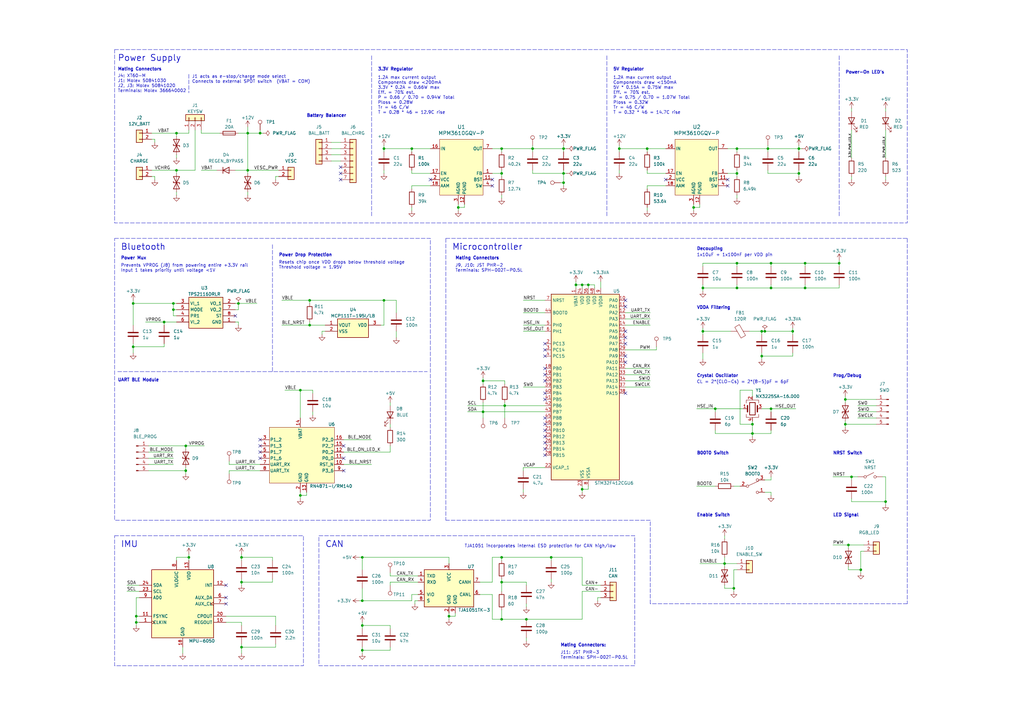
<source format=kicad_sch>
(kicad_sch (version 20230121) (generator eeschema)
  (paper "A3")
  (title_block (title "Reaction Wheel Controller") (date "2023-12-26") (rev "A") (company "Created By: Austyn Loehr"))
  (junction (at 55.88 252.73))
  (junction (at 187.96 85.09))
  (junction (at 238.76 200.66))
  (junction (at 327.66 71.12))
  (junction (at 127 123.19))
  (junction (at 288.29 135.89))
  (junction (at 231.14 71.12))
  (junction (at 127 133.35))
  (junction (at 205.74 71.12))
  (junction (at 288.29 118.11))
  (junction (at 198.12 156.21))
  (junction (at 231.14 60.96))
  (junction (at 347.98 223.52))
  (junction (at 77.47 228.6))
  (junction (at 293.37 167.64))
  (junction (at 330.2 107.95))
  (junction (at 205.74 238.76))
  (junction (at 157.48 60.96))
  (junction (at 76.2 182.88))
  (junction (at 205.74 60.96))
  (junction (at 346.71 173.99))
  (junction (at 148.59 228.6))
  (junction (at 231.14 74.93))
  (junction (at 72.39 54.61))
  (junction (at 123.19 160.02))
  (junction (at 123.19 203.2))
  (junction (at 346.71 163.83))
  (junction (at 300.99 241.3))
  (junction (at 316.23 118.11))
  (junction (at 349.25 195.58))
  (junction (at 99.06 265.43))
  (junction (at 226.06 228.6))
  (junction (at 313.69 135.89))
  (junction (at 54.61 124.46))
  (junction (at 302.26 107.95))
  (junction (at 284.48 85.09))
  (junction (at 330.2 118.11))
  (junction (at 236.22 116.84))
  (junction (at 99.06 228.6))
  (junction (at 327.66 60.96))
  (junction (at 316.23 167.64))
  (junction (at 72.39 69.85))
  (junction (at 148.59 256.54))
  (junction (at 157.48 123.19))
  (junction (at 168.91 60.96))
  (junction (at 55.88 255.27))
  (junction (at 302.26 60.96))
  (junction (at 363.22 205.74))
  (junction (at 265.43 60.96))
  (junction (at 184.15 252.73))
  (junction (at 71.12 124.46))
  (junction (at 76.2 193.04))
  (junction (at 241.3 116.84))
  (junction (at 101.6 54.61))
  (junction (at 308.61 173.99))
  (junction (at 205.74 228.6))
  (junction (at 308.61 177.8))
  (junction (at 353.06 233.68))
  (junction (at 297.18 231.14))
  (junction (at 254 60.96))
  (junction (at 148.59 266.7))
  (junction (at 97.79 124.46))
  (junction (at 312.42 146.05))
  (junction (at 344.17 107.95))
  (junction (at 316.23 107.95))
  (junction (at 302.26 71.12))
  (junction (at 71.12 127))
  (junction (at 207.01 166.37))
  (junction (at 205.74 254))
  (junction (at 325.12 135.89))
  (junction (at 148.59 246.38))
  (junction (at 198.12 168.91))
  (junction (at 238.76 116.84))
  (junction (at 99.06 238.76))
  (junction (at 218.44 60.96))
  (junction (at 314.96 60.96))
  (junction (at 302.26 118.11))
  (junction (at 312.42 135.89))
  (junction (at 67.31 132.08))
  (junction (at 101.6 69.85))
  (junction (at 54.61 142.24))
  (junction (at 215.9 254))
  (junction (at 106.68 54.61))
  (no_connect (at 140.97 187.96))
  (no_connect (at 223.52 146.05))
  (no_connect (at 223.52 179.07))
  (no_connect (at 256.54 148.59))
  (no_connect (at 223.52 171.45))
  (no_connect (at 223.52 151.13))
  (no_connect (at 298.45 76.2))
  (no_connect (at 96.52 129.54))
  (no_connect (at 223.52 176.53))
  (no_connect (at 201.93 73.66))
  (no_connect (at 223.52 140.97))
  (no_connect (at 256.54 135.89))
  (no_connect (at 201.93 76.2))
  (no_connect (at 106.68 187.96))
  (no_connect (at 176.53 73.66))
  (no_connect (at 139.7 73.66))
  (no_connect (at 223.52 156.21))
  (no_connect (at 106.68 182.88))
  (no_connect (at 223.52 173.99))
  (no_connect (at 298.45 73.66))
  (no_connect (at 92.71 245.11))
  (no_connect (at 92.71 240.03))
  (no_connect (at 106.68 185.42))
  (no_connect (at 256.54 140.97))
  (no_connect (at 256.54 146.05))
  (no_connect (at 256.54 123.19))
  (no_connect (at 223.52 184.15))
  (no_connect (at 223.52 186.69))
  (no_connect (at 92.71 247.65))
  (no_connect (at 139.7 68.58))
  (no_connect (at 256.54 161.29))
  (no_connect (at 223.52 161.29))
  (no_connect (at 223.52 143.51))
  (no_connect (at 273.05 73.66))
  (no_connect (at 256.54 125.73))
  (no_connect (at 140.97 193.04))
  (no_connect (at 223.52 153.67))
  (no_connect (at 256.54 138.43))
  (no_connect (at 223.52 181.61))
  (no_connect (at 139.7 71.12))
  (no_connect (at 140.97 182.88))
  (no_connect (at 223.52 163.83))
  (no_connect (at 106.68 180.34))
  (polyline (pts (xy 77.47 30.48) (xy 77.47 38.1)) (stroke (width 0) (type dash)))
  (wire (pts (xy 218.44 69.85) (xy 218.44 71.12)))
  (wire (pts (xy 77.47 228.6) (xy 77.47 229.87)))
  (wire (pts (xy 325.12 146.05) (xy 312.42 146.05)))
  (wire (pts (xy 215.9 247.65) (xy 215.9 248.92)))
  (wire (pts (xy 170.18 246.38) (xy 170.18 247.65)))
  (wire (pts (xy 297.18 231.14) (xy 302.26 231.14)))
  (wire (pts (xy 55.88 252.73) (xy 55.88 255.27)))
  (wire (pts (xy 265.43 60.96) (xy 273.05 60.96)))
  (wire (pts (xy 127 132.08) (xy 127 133.35)))
  (wire (pts (xy 160.02 236.22) (xy 171.45 236.22)))
  (wire (pts (xy 349.25 195.58) (xy 341.63 195.58)))
  (wire (pts (xy 54.61 124.46) (xy 71.12 124.46)))
  (wire (pts (xy 265.43 60.96) (xy 265.43 62.23)))
  (wire (pts (xy 231.14 71.12) (xy 232.41 71.12)))
  (wire (pts (xy 113.03 252.73) (xy 113.03 256.54)))
  (wire (pts (xy 325.12 135.89) (xy 313.69 135.89)))
  (wire (pts (xy 156.21 133.35) (xy 157.48 133.35)))
  (wire (pts (xy 330.2 118.11) (xy 344.17 118.11)))
  (wire (pts (xy 327.66 59.69) (xy 327.66 60.96)))
  (wire (pts (xy 299.72 135.89) (xy 288.29 135.89)))
  (wire (pts (xy 308.61 173.99) (xy 308.61 172.72)))
  (wire (pts (xy 135.89 58.42) (xy 139.7 58.42)))
  (wire (pts (xy 265.43 71.12) (xy 273.05 71.12)))
  (wire (pts (xy 293.37 167.64) (xy 304.8 167.64)))
  (wire (pts (xy 54.61 123.19) (xy 54.61 124.46)))
  (wire (pts (xy 198.12 154.94) (xy 198.12 156.21)))
  (polyline (pts (xy 152.4 22.86) (xy 152.4 88.9)) (stroke (width 0) (type dash)))
  (wire (pts (xy 312.42 144.78) (xy 312.42 146.05)))
  (wire (pts (xy 76.2 184.15) (xy 76.2 182.88)))
  (wire (pts (xy 266.7 156.21) (xy 256.54 156.21)))
  (wire (pts (xy 353.06 233.68) (xy 353.06 234.95)))
  (wire (pts (xy 316.23 167.64) (xy 316.23 168.91)))
  (wire (pts (xy 363.22 205.74) (xy 363.22 195.58)))
  (wire (pts (xy 214.63 123.19) (xy 223.52 123.19)))
  (wire (pts (xy 245.11 245.11) (xy 246.38 245.11)))
  (wire (pts (xy 241.3 199.39) (xy 241.3 200.66)))
  (wire (pts (xy 125.73 201.93) (xy 125.73 203.2)))
  (wire (pts (xy 214.63 200.66) (xy 214.63 201.93)))
  (wire (pts (xy 205.74 69.85) (xy 205.74 71.12)))
  (wire (pts (xy 205.74 71.12) (xy 201.93 71.12)))
  (wire (pts (xy 313.69 135.89) (xy 312.42 135.89)))
  (wire (pts (xy 293.37 167.64) (xy 285.75 167.64)))
  (wire (pts (xy 67.31 132.08) (xy 67.31 133.35)))
  (wire (pts (xy 288.29 118.11) (xy 302.26 118.11)))
  (polyline (pts (xy 266.7 247.65) (xy 266.7 213.36)) (stroke (width 0) (type dash)))
  (wire (pts (xy 115.57 123.19) (xy 127 123.19)))
  (wire (pts (xy 308.61 177.8) (xy 316.23 177.8)))
  (wire (pts (xy 72.39 54.61) (xy 77.47 54.61)))
  (wire (pts (xy 198.12 157.48) (xy 198.12 156.21)))
  (wire (pts (xy 346.71 173.99) (xy 359.41 173.99)))
  (wire (pts (xy 312.42 146.05) (xy 312.42 147.32)))
  (wire (pts (xy 93.98 193.04) (xy 106.68 193.04)))
  (wire (pts (xy 288.29 109.22) (xy 288.29 107.95)))
  (wire (pts (xy 351.79 171.45) (xy 359.41 171.45)))
  (wire (pts (xy 287.02 83.82) (xy 287.02 85.09)))
  (wire (pts (xy 148.59 266.7) (xy 148.59 265.43)))
  (wire (pts (xy 330.2 107.95) (xy 344.17 107.95)))
  (wire (pts (xy 72.39 63.5) (xy 72.39 64.77)))
  (wire (pts (xy 266.7 158.75) (xy 256.54 158.75)))
  (wire (pts (xy 293.37 167.64) (xy 293.37 168.91)))
  (wire (pts (xy 214.63 135.89) (xy 223.52 135.89)))
  (wire (pts (xy 54.61 142.24) (xy 67.31 142.24)))
  (wire (pts (xy 215.9 240.03) (xy 215.9 238.76)))
  (polyline (pts (xy 182.88 97.79) (xy 182.88 213.36)) (stroke (width 0) (type dash)))
  (wire (pts (xy 148.59 233.68) (xy 148.59 228.6)))
  (wire (pts (xy 92.71 255.27) (xy 99.06 255.27)))
  (wire (pts (xy 302.26 60.96) (xy 314.96 60.96)))
  (wire (pts (xy 214.63 128.27) (xy 223.52 128.27)))
  (wire (pts (xy 325.12 134.62) (xy 325.12 135.89)))
  (wire (pts (xy 55.88 255.27) (xy 55.88 256.54)))
  (wire (pts (xy 160.02 234.95) (xy 160.02 236.22)))
  (wire (pts (xy 349.25 72.39) (xy 349.25 73.66)))
  (wire (pts (xy 297.18 241.3) (xy 300.99 241.3)))
  (wire (pts (xy 302.26 69.85) (xy 302.26 71.12)))
  (wire (pts (xy 205.74 228.6) (xy 226.06 228.6)))
  (wire (pts (xy 140.97 185.42) (xy 160.02 185.42)))
  (wire (pts (xy 302.26 116.84) (xy 302.26 118.11)))
  (wire (pts (xy 71.12 124.46) (xy 72.39 124.46)))
  (wire (pts (xy 238.76 118.11) (xy 238.76 116.84)))
  (wire (pts (xy 82.55 54.61) (xy 90.17 54.61)))
  (wire (pts (xy 231.14 71.12) (xy 218.44 71.12)))
  (wire (pts (xy 288.29 107.95) (xy 302.26 107.95)))
  (wire (pts (xy 269.24 142.24) (xy 269.24 143.51)))
  (wire (pts (xy 93.98 190.5) (xy 106.68 190.5)))
  (wire (pts (xy 297.18 240.03) (xy 297.18 241.3)))
  (wire (pts (xy 312.42 167.64) (xy 316.23 167.64)))
  (wire (pts (xy 205.74 237.49) (xy 205.74 238.76)))
  (wire (pts (xy 308.61 177.8) (xy 308.61 179.07)))
  (polyline (pts (xy 182.88 97.79) (xy 372.11 97.79)) (stroke (width 0) (type dash)))
  (wire (pts (xy 72.39 129.54) (xy 71.12 129.54)))
  (wire (pts (xy 349.25 195.58) (xy 349.25 196.85)))
  (wire (pts (xy 302.26 71.12) (xy 298.45 71.12)))
  (wire (pts (xy 148.59 255.27) (xy 148.59 256.54)))
  (wire (pts (xy 92.71 252.73) (xy 113.03 252.73)))
  (wire (pts (xy 214.63 193.04) (xy 214.63 191.77)))
  (wire (pts (xy 347.98 233.68) (xy 353.06 233.68)))
  (wire (pts (xy 96.52 69.85) (xy 101.6 69.85)))
  (wire (pts (xy 313.69 201.93) (xy 316.23 201.93)))
  (wire (pts (xy 99.06 238.76) (xy 99.06 240.03)))
  (wire (pts (xy 148.59 228.6) (xy 184.15 228.6)))
  (wire (pts (xy 303.53 173.99) (xy 308.61 173.99)))
  (wire (pts (xy 72.39 69.85) (xy 72.39 71.12)))
  (wire (pts (xy 287.02 85.09) (xy 284.48 85.09)))
  (wire (pts (xy 168.91 60.96) (xy 168.91 62.23)))
  (wire (pts (xy 191.77 168.91) (xy 198.12 168.91)))
  (wire (pts (xy 231.14 74.93) (xy 231.14 76.2)))
  (wire (pts (xy 55.88 252.73) (xy 57.15 252.73)))
  (wire (pts (xy 96.52 124.46) (xy 97.79 124.46)))
  (wire (pts (xy 284.48 83.82) (xy 284.48 85.09)))
  (wire (pts (xy 123.19 160.02) (xy 123.19 171.45)))
  (wire (pts (xy 347.98 223.52) (xy 354.33 223.52)))
  (wire (pts (xy 76.2 191.77) (xy 76.2 193.04)))
  (wire (pts (xy 67.31 140.97) (xy 67.31 142.24)))
  (wire (pts (xy 157.48 60.96) (xy 157.48 62.23)))
  (wire (pts (xy 96.52 127) (xy 97.79 127)))
  (wire (pts (xy 54.61 140.97) (xy 54.61 142.24)))
  (wire (pts (xy 52.07 240.03) (xy 57.15 240.03)))
  (wire (pts (xy 111.76 237.49) (xy 111.76 238.76)))
  (wire (pts (xy 148.59 257.81) (xy 148.59 256.54)))
  (wire (pts (xy 325.12 137.16) (xy 325.12 135.89)))
  (wire (pts (xy 148.59 256.54) (xy 160.02 256.54)))
  (wire (pts (xy 201.93 254) (xy 205.74 254)))
  (wire (pts (xy 246.38 115.57) (xy 246.38 118.11)))
  (wire (pts (xy 349.25 44.45) (xy 349.25 45.72)))
  (wire (pts (xy 327.66 71.12) (xy 314.96 71.12)))
  (wire (pts (xy 96.52 132.08) (xy 97.79 132.08)))
  (wire (pts (xy 127 124.46) (xy 127 123.19)))
  (wire (pts (xy 308.61 160.02) (xy 308.61 162.56)))
  (wire (pts (xy 288.29 116.84) (xy 288.29 118.11)))
  (wire (pts (xy 205.74 60.96) (xy 218.44 60.96)))
  (wire (pts (xy 71.12 190.5) (xy 60.96 190.5)))
  (wire (pts (xy 288.29 135.89) (xy 288.29 137.16)))
  (wire (pts (xy 349.25 205.74) (xy 363.22 205.74)))
  (wire (pts (xy 128.27 168.91) (xy 128.27 170.18)))
  (wire (pts (xy 349.25 204.47) (xy 349.25 205.74)))
  (polyline (pts (xy 372.11 97.79) (xy 372.11 247.65)) (stroke (width 0) (type dash)))
  (wire (pts (xy 300.99 242.57) (xy 300.99 241.3)))
  (wire (pts (xy 207.01 166.37) (xy 223.52 166.37)))
  (wire (pts (xy 236.22 115.57) (xy 236.22 116.84)))
  (wire (pts (xy 176.53 76.2) (xy 168.91 76.2)))
  (wire (pts (xy 99.06 228.6) (xy 111.76 228.6)))
  (wire (pts (xy 300.99 199.39) (xy 303.53 199.39)))
  (wire (pts (xy 205.74 80.01) (xy 205.74 81.28)))
  (wire (pts (xy 201.93 228.6) (xy 205.74 228.6)))
  (wire (pts (xy 115.57 133.35) (xy 127 133.35)))
  (wire (pts (xy 99.06 255.27) (xy 99.06 256.54)))
  (wire (pts (xy 170.18 246.38) (xy 171.45 246.38)))
  (wire (pts (xy 63.5 57.15) (xy 63.5 58.42)))
  (wire (pts (xy 238.76 242.57) (xy 246.38 242.57)))
  (wire (pts (xy 113.03 265.43) (xy 99.06 265.43)))
  (wire (pts (xy 218.44 59.69) (xy 218.44 60.96)))
  (wire (pts (xy 351.79 166.37) (xy 359.41 166.37)))
  (wire (pts (xy 231.14 71.12) (xy 231.14 74.93)))
  (wire (pts (xy 140.97 180.34) (xy 152.4 180.34)))
  (wire (pts (xy 344.17 109.22) (xy 344.17 107.95)))
  (wire (pts (xy 72.39 69.85) (xy 80.01 69.85)))
  (wire (pts (xy 241.3 118.11) (xy 241.3 116.84)))
  (wire (pts (xy 316.23 167.64) (xy 326.39 167.64)))
  (wire (pts (xy 97.79 124.46) (xy 105.41 124.46)))
  (wire (pts (xy 316.23 196.85) (xy 316.23 195.58)))
  (wire (pts (xy 316.23 107.95) (xy 330.2 107.95)))
  (wire (pts (xy 302.26 60.96) (xy 302.26 62.23)))
  (wire (pts (xy 184.15 251.46) (xy 184.15 252.73)))
  (wire (pts (xy 123.19 201.93) (xy 123.19 203.2)))
  (wire (pts (xy 349.25 53.34) (xy 349.25 64.77)))
  (wire (pts (xy 97.79 132.08) (xy 97.79 133.35)))
  (wire (pts (xy 99.06 237.49) (xy 99.06 238.76)))
  (wire (pts (xy 82.55 69.85) (xy 88.9 69.85)))
  (wire (pts (xy 229.87 74.93) (xy 231.14 74.93)))
  (wire (pts (xy 238.76 240.03) (xy 238.76 228.6)))
  (wire (pts (xy 265.43 69.85) (xy 265.43 71.12)))
  (wire (pts (xy 303.53 160.02) (xy 303.53 173.99)))
  (wire (pts (xy 67.31 132.08) (xy 72.39 132.08)))
  (wire (pts (xy 147.32 246.38) (xy 148.59 246.38)))
  (wire (pts (xy 106.68 53.34) (xy 106.68 54.61)))
  (wire (pts (xy 186.69 252.73) (xy 184.15 252.73)))
  (wire (pts (xy 341.63 223.52) (xy 347.98 223.52)))
  (wire (pts (xy 363.22 195.58) (xy 361.95 195.58)))
  (wire (pts (xy 327.66 69.85) (xy 327.66 71.12)))
  (polyline (pts (xy 111.76 100.33) (xy 111.76 152.4)) (stroke (width 0) (type dash)))
  (wire (pts (xy 308.61 173.99) (xy 308.61 177.8)))
  (wire (pts (xy 293.37 177.8) (xy 293.37 176.53)))
  (wire (pts (xy 287.02 231.14) (xy 297.18 231.14)))
  (wire (pts (xy 330.2 109.22) (xy 330.2 107.95)))
  (wire (pts (xy 52.07 242.57) (xy 57.15 242.57)))
  (wire (pts (xy 231.14 62.23) (xy 231.14 60.96)))
  (wire (pts (xy 327.66 60.96) (xy 328.93 60.96)))
  (wire (pts (xy 313.69 196.85) (xy 316.23 196.85)))
  (wire (pts (xy 113.03 264.16) (xy 113.03 265.43)))
  (wire (pts (xy 160.02 165.1) (xy 160.02 166.37)))
  (wire (pts (xy 302.26 109.22) (xy 302.26 107.95)))
  (wire (pts (xy 297.18 219.71) (xy 297.18 220.98)))
  (wire (pts (xy 160.02 266.7) (xy 160.02 265.43)))
  (wire (pts (xy 162.56 123.19) (xy 157.48 123.19)))
  (wire (pts (xy 148.59 266.7) (xy 160.02 266.7)))
  (wire (pts (xy 187.96 83.82) (xy 187.96 85.09)))
  (wire (pts (xy 347.98 224.79) (xy 347.98 223.52)))
  (wire (pts (xy 191.77 166.37) (xy 207.01 166.37)))
  (wire (pts (xy 157.48 123.19) (xy 157.48 133.35)))
  (wire (pts (xy 201.93 60.96) (xy 205.74 60.96)))
  (wire (pts (xy 256.54 133.35) (xy 266.7 133.35)))
  (wire (pts (xy 346.71 162.56) (xy 346.71 163.83)))
  (wire (pts (xy 346.71 163.83) (xy 359.41 163.83)))
  (wire (pts (xy 254 60.96) (xy 265.43 60.96)))
  (wire (pts (xy 54.61 142.24) (xy 54.61 144.78)))
  (wire (pts (xy 314.96 60.96) (xy 314.96 62.23)))
  (wire (pts (xy 168.91 71.12) (xy 176.53 71.12)))
  (wire (pts (xy 316.23 109.22) (xy 316.23 107.95)))
  (wire (pts (xy 312.42 137.16) (xy 312.42 135.89)))
  (wire (pts (xy 327.66 71.12) (xy 327.66 72.39)))
  (wire (pts (xy 288.29 134.62) (xy 288.29 135.89)))
  (wire (pts (xy 238.76 116.84) (xy 236.22 116.84)))
  (wire (pts (xy 254 60.96) (xy 254 62.23)))
  (wire (pts (xy 207.01 156.21) (xy 207.01 157.48)))
  (wire (pts (xy 265.43 85.09) (xy 265.43 86.36)))
  (wire (pts (xy 190.5 85.09) (xy 187.96 85.09)))
  (wire (pts (xy 72.39 54.61) (xy 72.39 55.88)))
  (wire (pts (xy 80.01 53.34) (xy 80.01 69.85)))
  (wire (pts (xy 160.02 182.88) (xy 160.02 185.42)))
  (wire (pts (xy 186.69 252.73) (xy 186.69 251.46)))
  (wire (pts (xy 312.42 135.89) (xy 307.34 135.89)))
  (wire (pts (xy 99.06 265.43) (xy 99.06 267.97)))
  (wire (pts (xy 363.22 44.45) (xy 363.22 45.72)))
  (wire (pts (xy 241.3 116.84) (xy 238.76 116.84)))
  (wire (pts (xy 148.59 266.7) (xy 148.59 267.97)))
  (wire (pts (xy 111.76 228.6) (xy 111.76 229.87)))
  (wire (pts (xy 273.05 76.2) (xy 265.43 76.2)))
  (wire (pts (xy 256.54 153.67) (xy 266.7 153.67)))
  (wire (pts (xy 302.26 118.11) (xy 316.23 118.11)))
  (wire (pts (xy 325.12 144.78) (xy 325.12 146.05)))
  (wire (pts (xy 205.74 254) (xy 215.9 254)))
  (wire (pts (xy 205.74 228.6) (xy 205.74 229.87)))
  (wire (pts (xy 265.43 76.2) (xy 265.43 77.47)))
  (wire (pts (xy 168.91 85.09) (xy 168.91 86.36)))
  (wire (pts (xy 62.23 57.15) (xy 63.5 57.15)))
  (wire (pts (xy 168.91 76.2) (xy 168.91 77.47)))
  (polyline (pts (xy 372.11 247.65) (xy 266.7 247.65)) (stroke (width 0) (type dash)))
  (wire (pts (xy 293.37 177.8) (xy 308.61 177.8)))
  (wire (pts (xy 160.02 238.76) (xy 171.45 238.76)))
  (polyline (pts (xy 248.92 22.86) (xy 248.92 88.9)) (stroke (width 0) (type dash)))
  (wire (pts (xy 106.68 54.61) (xy 101.6 54.61)))
  (wire (pts (xy 71.12 129.54) (xy 71.12 127)))
  (wire (pts (xy 62.23 54.61) (xy 72.39 54.61)))
  (wire (pts (xy 127 133.35) (xy 133.35 133.35)))
  (wire (pts (xy 72.39 228.6) (xy 72.39 229.87)))
  (wire (pts (xy 93.98 194.31) (xy 93.98 193.04)))
  (wire (pts (xy 62.23 69.85) (xy 72.39 69.85)))
  (wire (pts (xy 346.71 163.83) (xy 346.71 165.1)))
  (wire (pts (xy 284.48 85.09) (xy 284.48 86.36)))
  (wire (pts (xy 238.76 200.66) (xy 241.3 200.66)))
  (wire (pts (xy 135.89 66.04) (xy 139.7 66.04)))
  (wire (pts (xy 205.74 250.19) (xy 205.74 254)))
  (wire (pts (xy 140.97 190.5) (xy 152.4 190.5)))
  (wire (pts (xy 207.01 166.37) (xy 207.01 165.1)))
  (wire (pts (xy 205.74 60.96) (xy 205.74 62.23)))
  (wire (pts (xy 231.14 69.85) (xy 231.14 71.12)))
  (wire (pts (xy 300.99 241.3) (xy 300.99 233.68)))
  (wire (pts (xy 97.79 124.46) (xy 97.79 127)))
  (wire (pts (xy 127 123.19) (xy 157.48 123.19)))
  (wire (pts (xy 245.11 246.38) (xy 245.11 245.11)))
  (wire (pts (xy 205.74 238.76) (xy 215.9 238.76)))
  (wire (pts (xy 327.66 62.23) (xy 327.66 60.96)))
  (wire (pts (xy 256.54 130.81) (xy 266.7 130.81)))
  (wire (pts (xy 231.14 60.96) (xy 218.44 60.96)))
  (wire (pts (xy 148.59 241.3) (xy 148.59 246.38)))
  (wire (pts (xy 128.27 160.02) (xy 123.19 160.02)))
  (wire (pts (xy 243.84 118.11) (xy 243.84 116.84)))
  (wire (pts (xy 256.54 143.51) (xy 269.24 143.51)))
  (wire (pts (xy 300.99 233.68) (xy 302.26 233.68)))
  (wire (pts (xy 327.66 60.96) (xy 314.96 60.96)))
  (wire (pts (xy 288.29 118.11) (xy 288.29 119.38)))
  (wire (pts (xy 353.06 226.06) (xy 354.33 226.06)))
  (wire (pts (xy 99.06 227.33) (xy 99.06 228.6)))
  (wire (pts (xy 113.03 72.39) (xy 113.03 73.66)))
  (wire (pts (xy 113.03 72.39) (xy 114.3 72.39)))
  (wire (pts (xy 190.5 83.82) (xy 190.5 85.09)))
  (wire (pts (xy 214.63 133.35) (xy 223.52 133.35)))
  (wire (pts (xy 288.29 144.78) (xy 288.29 147.32)))
  (wire (pts (xy 162.56 135.89) (xy 162.56 138.43)))
  (polyline (pts (xy 344.17 22.86) (xy 344.17 88.9)) (stroke (width 0) (type dash)))
  (wire (pts (xy 308.61 160.02) (xy 303.53 160.02)))
  (wire (pts (xy 256.54 128.27) (xy 266.7 128.27)))
  (wire (pts (xy 256.54 151.13) (xy 266.7 151.13)))
  (wire (pts (xy 101.6 52.07) (xy 101.6 54.61)))
  (wire (pts (xy 55.88 245.11) (xy 55.88 252.73)))
  (wire (pts (xy 132.08 135.89) (xy 132.08 137.16)))
  (wire (pts (xy 123.19 203.2) (xy 123.19 204.47)))
  (wire (pts (xy 148.59 246.38) (xy 168.91 246.38)))
  (wire (pts (xy 57.15 245.11) (xy 55.88 245.11)))
  (wire (pts (xy 198.12 168.91) (xy 198.12 171.45)))
  (wire (pts (xy 99.06 238.76) (xy 111.76 238.76)))
  (wire (pts (xy 60.96 182.88) (xy 76.2 182.88)))
  (wire (pts (xy 60.96 185.42) (xy 71.12 185.42)))
  (wire (pts (xy 201.93 238.76) (xy 196.85 238.76)))
  (wire (pts (xy 238.76 200.66) (xy 238.76 199.39)))
  (wire (pts (xy 99.06 228.6) (xy 99.06 229.87)))
  (wire (pts (xy 215.9 254) (xy 238.76 254)))
  (wire (pts (xy 314.96 69.85) (xy 314.96 71.12)))
  (wire (pts (xy 82.55 54.61) (xy 82.55 53.34)))
  (wire (pts (xy 101.6 78.74) (xy 101.6 80.01)))
  (wire (pts (xy 135.89 63.5) (xy 139.7 63.5)))
  (wire (pts (xy 353.06 226.06) (xy 353.06 233.68)))
  (wire (pts (xy 207.01 166.37) (xy 207.01 171.45)))
  (wire (pts (xy 226.06 228.6) (xy 238.76 228.6)))
  (wire (pts (xy 302.26 80.01) (xy 302.26 81.28)))
  (wire (pts (xy 201.93 243.84) (xy 196.85 243.84)))
  (wire (pts (xy 168.91 246.38) (xy 168.91 243.84)))
  (wire (pts (xy 363.22 53.34) (xy 363.22 64.77)))
  (wire (pts (xy 77.47 228.6) (xy 72.39 228.6)))
  (wire (pts (xy 254 69.85) (xy 254 71.12)))
  (wire (pts (xy 201.93 228.6) (xy 201.93 238.76)))
  (wire (pts (xy 101.6 69.85) (xy 101.6 71.12)))
  (wire (pts (xy 76.2 182.88) (xy 83.82 182.88)))
  (wire (pts (xy 101.6 69.85) (xy 114.3 69.85)))
  (wire (pts (xy 314.96 59.69) (xy 314.96 60.96)))
  (wire (pts (xy 97.79 54.61) (xy 101.6 54.61)))
  (wire (pts (xy 215.9 261.62) (xy 215.9 262.89)))
  (polyline (pts (xy 48.26 152.4) (xy 175.26 152.4)) (stroke (width 0) (type dash)))
  (wire (pts (xy 187.96 85.09) (xy 187.96 86.36)))
  (wire (pts (xy 330.2 116.84) (xy 330.2 118.11)))
  (wire (pts (xy 106.68 54.61) (xy 107.95 54.61)))
  (wire (pts (xy 160.02 257.81) (xy 160.02 256.54)))
  (wire (pts (xy 205.74 238.76) (xy 205.74 242.57)))
  (wire (pts (xy 231.14 60.96) (xy 232.41 60.96)))
  (wire (pts (xy 198.12 156.21) (xy 207.01 156.21)))
  (wire (pts (xy 74.93 265.43) (xy 74.93 267.97)))
  (wire (pts (xy 99.06 264.16) (xy 99.06 265.43)))
  (wire (pts (xy 157.48 69.85) (xy 157.48 71.12)))
  (wire (pts (xy 160.02 173.99) (xy 160.02 175.26)))
  (wire (pts (xy 344.17 118.11) (xy 344.17 116.84)))
  (wire (pts (xy 59.69 132.08) (xy 67.31 132.08)))
  (wire (pts (xy 316.23 176.53) (xy 316.23 177.8)))
  (wire (pts (xy 71.12 187.96) (xy 60.96 187.96)))
  (wire (pts (xy 55.88 255.27) (xy 57.15 255.27)))
  (wire (pts (xy 168.91 60.96) (xy 176.53 60.96)))
  (wire (pts (xy 285.75 199.39) (xy 293.37 199.39)))
  (wire (pts (xy 246.38 240.03) (xy 238.76 240.03)))
  (wire (pts (xy 316.23 118.11) (xy 330.2 118.11)))
  (wire (pts (xy 238.76 200.66) (xy 238.76 201.93)))
  (wire (pts (xy 77.47 54.61) (xy 77.47 53.34)))
  (wire (pts (xy 125.73 203.2) (xy 123.19 203.2)))
  (wire (pts (xy 302.26 107.95) (xy 316.23 107.95)))
  (wire (pts (xy 344.17 106.68) (xy 344.17 107.95)))
  (wire (pts (xy 162.56 123.19) (xy 162.56 128.27)))
  (wire (pts (xy 157.48 60.96) (xy 168.91 60.96)))
  (wire (pts (xy 132.08 135.89) (xy 133.35 135.89)))
  (wire (pts (xy 71.12 127) (xy 71.12 124.46)))
  (wire (pts (xy 63.5 72.39) (xy 63.5 73.66)))
  (wire (pts (xy 226.06 228.6) (xy 226.06 229.87)))
  (wire (pts (xy 302.26 71.12) (xy 302.26 72.39)))
  (wire (pts (xy 147.32 228.6) (xy 148.59 228.6)))
  (wire (pts (xy 316.23 116.84) (xy 316.23 118.11)))
  (wire (pts (xy 297.18 232.41) (xy 297.18 231.14)))
  (wire (pts (xy 351.79 168.91) (xy 359.41 168.91)))
  (wire (pts (xy 243.84 116.84) (xy 241.3 116.84)))
  (wire (pts (xy 101.6 54.61) (xy 101.6 69.85)))
  (wire (pts (xy 347.98 232.41) (xy 347.98 233.68)))
  (wire (pts (xy 346.71 173.99) (xy 346.71 175.26)))
  (wire (pts (xy 363.22 207.01) (xy 363.22 205.74)))
  (wire (pts (xy 72.39 127) (xy 71.12 127)))
  (wire (pts (xy 168.91 69.85) (xy 168.91 71.12)))
  (wire (pts (xy 93.98 189.23) (xy 93.98 190.5)))
  (wire (pts (xy 205.74 71.12) (xy 205.74 72.39)))
  (wire (pts (xy 238.76 242.57) (xy 238.76 254)))
  (wire (pts (xy 184.15 228.6) (xy 184.15 231.14)))
  (wire (pts (xy 62.23 72.39) (xy 63.5 72.39)))
  (wire (pts (xy 236.22 116.84) (xy 236.22 118.11)))
  (wire (pts (xy 157.48 59.69) (xy 157.48 60.96)))
  (wire (pts (xy 54.61 133.35) (xy 54.61 124.46)))
  (wire (pts (xy 231.14 59.69) (xy 231.14 60.96)))
  (wire (pts (xy 160.02 240.03) (xy 160.02 238.76)))
  (wire (pts (xy 77.47 227.33) (xy 77.47 228.6)))
  (wire (pts (xy 72.39 78.74) (xy 72.39 80.01)))
  (wire (pts (xy 214.63 158.75) (xy 223.52 158.75)))
  (wire (pts (xy 254 59.69) (xy 254 60.96)))
  (wire (pts (xy 298.45 60.96) (xy 302.26 60.96)))
  (wire (pts (xy 198.12 168.91) (xy 223.52 168.91)))
  (wire (pts (xy 60.96 193.04) (xy 76.2 193.04)))
  (wire (pts (xy 201.93 243.84) (xy 201.93 254)))
  (wire (pts (xy 198.12 165.1) (xy 198.12 168.91)))
  (wire (pts (xy 128.27 160.02) (xy 128.27 161.29)))
  (wire (pts (xy 214.63 191.77) (xy 223.52 191.77)))
  (wire (pts (xy 226.06 237.49) (xy 226.06 238.76)))
  (wire (pts (xy 218.44 60.96) (xy 218.44 62.23)))
  (wire (pts (xy 76.2 193.04) (xy 76.2 194.31)))
  (wire (pts (xy 316.23 201.93) (xy 316.23 203.2)))
  (wire (pts (xy 363.22 72.39) (xy 363.22 73.66)))
  (wire (pts (xy 351.79 195.58) (xy 349.25 195.58)))
  (wire (pts (xy 135.89 60.96) (xy 139.7 60.96)))
  (polyline (pts (xy 266.7 213.36) (xy 182.88 213.36)) (stroke (width 0) (type dash)))
  (wire (pts (xy 168.91 243.84) (xy 171.45 243.84)))
  (wire (pts (xy 297.18 228.6) (xy 297.18 231.14)))
  (wire (pts (xy 116.84 160.02) (xy 123.19 160.02)))
  (wire (pts (xy 184.15 252.73) (xy 184.15 254)))
  (wire (pts (xy 346.71 172.72) (xy 346.71 173.99)))
  (rectangle (start 130.81 219.71) (end 260.35 273.05) (stroke (width 0) (type dash)))
  (rectangle (start 46.99 97.79) (end 176.53 213.36) (stroke (width 0) (type dash)))
  (rectangle (start 46.99 20.32) (end 372.11 91.44) (stroke (width 0) (type dash)))
  (rectangle (start 46.99 219.71) (end 124.46 273.05) (stroke (width 0) (type dash)))
  (text "Resets chip once VDD drops below threshold voltage \nThreshold voltage = 1.95V" (at 114.3 110.49 0) (effects (font (size 1.27 1.27)) (justify left bottom)))
  (text "Decoupling\n" (at 285.75 102.87 0) (effects (font (size 1.27 1.27) (thickness 0.254) bold) (justify left bottom)))
  (text "UART BLE Module\n\n" (at 48.26 158.75 0) (effects (font (size 1.27 1.27) (thickness 0.254) bold) (justify left bottom)))
  (text "TJA1051 incorporates internal ESD protection for CAN high/low" (at 190.5 224.79 0) (effects (font (size 1.27 1.27)) (justify left bottom)))
  (text "NRST Switch" (at 341.63 186.69 0) (effects (font (size 1.27 1.27) (thickness 0.254) bold) (justify left bottom)))
  (text "Crystal Oscillator" (at 285.75 154.94 0) (effects (font (size 1.27 1.27) (thickness 0.254) bold) (justify left bottom)))
  (text "Power-On LED's" (at 346.71 30.48 0) (effects (font (size 1.27 1.27) (thickness 0.254) bold) (justify left bottom)))
  (text "CAN" (at 133.35 224.79 0) (effects (font (size 2.54 2.54) (thickness 0.254) bold) (justify left bottom)))
  (text "Power Drop Protection\n" (at 114.3 105.41 0) (effects (font (size 1.27 1.27) (thickness 0.254) bold) (justify left bottom)))
  (text "Enable Switch" (at 285.75 212.09 0) (effects (font (size 1.27 1.27) (thickness 0.254) bold) (justify left bottom)))
  (text "Mating Connectors" (at 48.26 29.21 0) (effects (font (size 1.27 1.27) (thickness 0.254) bold) (justify left bottom)))
  (text "J9, J10: JST PHR-2\nTerminals: SPH-002T-P0.5L" (at 186.69 111.76 0) (effects (font (size 1.27 1.27)) (justify left bottom)))
  (text "1x10uF + 1x100nF per VDD pin\n" (at 285.75 105.41 0) (effects (font (size 1.27 1.27)) (justify left bottom)))
  (text "Prevents VPROG (J8) from powering entire +3.3V rail\nInput 1 takes priority until voltage <1V\n" (at 49.53 111.76 0) (effects (font (size 1.27 1.27)) (justify left bottom)))
  (text "J11: JST PHR-3\nTerminals: SPH-002T-P0.5L" (at 229.87 270.51 0) (effects (font (size 1.27 1.27)) (justify left bottom)))
  (text "Mating Connectors:" (at 229.87 265.43 0) (effects (font (size 1.27 1.27) (thickness 0.254) bold) (justify left bottom)))
  (text "Prog/Debug" (at 341.63 154.94 0) (effects (font (size 1.27 1.27) (thickness 0.254) bold) (justify left bottom)))
  (text "1.2A max current output\nComponents draw <150mA\n5V * 0.15A = 0.75W max\nEff. = 70% est.\nP = 0.75 / 0.70 = 1.07W Total\nPloss = 0.32W \nTr = 46 C/W\nT = 0.32 * 46 = 14.7C rise" (at 251.46 46.99 0) (effects (font (size 1.27 1.27)) (justify left bottom)))
  (text "J1 acts as e-stop/charge mode select\nConnects to external SPDT switch  (VBAT = COM)" (at 78.74 34.29 0) (effects (font (size 1.27 1.27)) (justify left bottom)))
  (text "IMU" (at 49.53 224.79 0) (effects (font (size 2.54 2.54) (thickness 0.254) bold) (justify left bottom)))
  (text "B00T0 Switch" (at 285.75 186.69 0) (effects (font (size 1.27 1.27) (thickness 0.254) bold) (justify left bottom)))
  (text "Power Mux\n" (at 49.53 106.68 0) (effects (font (size 1.27 1.27) (thickness 0.254) bold) (justify left bottom)))
  (text "VDDA Filtering\n" (at 285.75 127 0) (effects (font (size 1.27 1.27) (thickness 0.254) bold) (justify left bottom)))
  (text "Power Supply\n" (at 48.26 25.4 0) (effects (font (size 2.54 2.54) (thickness 0.254) bold) (justify left bottom)))
  (text "Microcontroller\n" (at 185.42 102.87 0) (effects (font (size 2.54 2.54) (thickness 0.254) bold) (justify left bottom)))
  (text "J4: XT60-M\nJ1: Molex 50841030\nJ2, J3: Molex 50841020\nTerminals: Molex 366640002" (at 48.26 38.1 0) (effects (font (size 1.27 1.27)) (justify left bottom)))
  (text "Bluetooth" (at 49.53 102.87 0) (effects (font (size 2.54 2.54) (thickness 0.254) bold) (justify left bottom)))
  (text "CL = 2*(CLO-Cs) = 2*(8-5)pF = 6pF" (at 285.75 157.48 0) (effects (font (size 1.27 1.27)) (justify left bottom)))
  (text "Mating Connectors" (at 186.69 106.68 0) (effects (font (size 1.27 1.27) (thickness 0.254) bold) (justify left bottom)))
  (text "5V Regulator" (at 251.46 29.21 0) (effects (font (size 1.27 1.27) (thickness 0.254) bold) (justify left bottom)))
  (text "3.3V Regulator" (at 154.94 29.21 0) (effects (font (size 1.27 1.27) (thickness 0.254) bold) (justify left bottom)))
  (text "Battery Balancer" (at 125.73 48.26 0) (effects (font (size 1.27 1.27) (thickness 0.254) bold) (justify left bottom)))
  (text "LED Signal" (at 341.63 212.09 0) (effects (font (size 1.27 1.27) (thickness 0.254) bold) (justify left bottom)))
  (text "1.2A max current output\nComponents draw <200mA\n3.3V * 0.2A = 0.66W max\nEff. = 70% est.\nP = 0.66 / 0.70 = 0.94W Total\nPloss = 0.28W \nTr = 46 C/W\nT = 0.28 * 46 = 12.9C rise" (at 154.94 46.99 0) (effects (font (size 1.27 1.27)) (justify left bottom)))
  (label "BLE_MODE" (at 152.4 180.34 180))
  (label "HSE_IN" (at 214.63 133.35 0))
  (label "UART_TX" (at 71.12 190.5 180))
  (label "CAN_TX" (at 162.56 236.22 0))
  (label "UART_RX" (at 96.52 190.5 0))
  (label "ENABLE" (at 266.7 133.35 180))
  (label "CAN+" (at 240.03 240.03 0))
  (label "VESC_PWR" (at 104.14 69.85 0))
  (label "VCHRG" (at 69.85 69.85 180))
  (label "SCL" (at 191.77 166.37 0))
  (label "SW0" (at 351.79 166.37 0))
  (label "SWCLK" (at 351.79 171.45 0))
  (label "5V_PWR_LED_K" (at 363.22 64.77 90) (effects (font (size 0.8 0.8))))
  (label "NRST" (at 214.63 123.19 0))
  (label "VPROG" (at 59.69 132.08 0))
  (label "CAN_RX" (at 266.7 151.13 180))
  (label "3.3V_PWR_LED_K" (at 349.25 54.61 270) (effects (font (size 0.8 0.8))))
  (label "UART_RX" (at 71.12 187.96 180))
  (label "VBLE" (at 115.57 123.19 0))
  (label "SWIO" (at 351.79 168.91 0))
  (label "VPROG" (at 83.82 182.88 180))
  (label "HSE_OUT" (at 214.63 135.89 0))
  (label "VBAT" (at 64.77 54.61 0))
  (label "HSE_OUT" (at 326.39 167.64 180))
  (label "CAN_RX" (at 162.56 238.76 0))
  (label "UART_RX" (at 266.7 130.81 180))
  (label "NRST" (at 341.63 195.58 0))
  (label "BLE_NRST" (at 115.57 133.35 0))
  (label "PWM" (at 341.63 223.52 0))
  (label "VBLE" (at 105.41 124.46 180))
  (label "SCL" (at 52.07 242.57 0))
  (label "BOOT0" (at 214.63 128.27 0))
  (label "CAN-" (at 240.03 242.57 0))
  (label "BOOT0" (at 285.75 199.39 0))
  (label "SDA" (at 191.77 168.91 0))
  (label "PWM" (at 266.7 143.51 180))
  (label "SW0" (at 214.63 158.75 0))
  (label "VCAP" (at 214.63 191.77 0))
  (label "SWCLK" (at 266.7 158.75 180))
  (label "HSE_IN" (at 285.75 167.64 0))
  (label "BLE_MODE" (at 71.12 185.42 180))
  (label "CAN_TX" (at 266.7 153.67 180))
  (label "SDA" (at 52.07 240.03 0))
  (label "ENABLE" (at 287.02 231.14 0))
  (label "UART_TX" (at 266.7 128.27 180))
  (label "BLE_ON_LED_K" (at 142.24 185.42 0))
  (label "VBLE" (at 116.84 160.02 0))
  (label "BLE_NRST" (at 152.4 190.5 180))
  (label "SWIO" (at 266.7 156.21 180))
  (label "UART_TX" (at 96.52 193.04 0))
  (label "VBAT" (at 82.55 69.85 0))
  (symbol (lib_id "power:GND") (at 170.18 247.65 0) (unit 1)
    (property "Reference" "#PWR062" (effects hide))
    (property "Value" "GND" (effects hide))
  )
  (symbol (lib_id "Device:C") (at 254 66.04 0) (unit 1)
    (property "Reference" "C4" (at 257.81 64.77 0) (effects (justify left)))
    (property "Value" "22u" (at 257.81 67.31 0) (effects (justify left)))
    (property "Footprint" "Capacitor_SMD:C_1210_3225Metric" (effects hide))
    (property "Datasheet" "https://www.mouser.com/datasheet/2/281/1/GRM32ER71E226KE15_04CA-1988287.pdf" (effects hide))
    (property "PN" "GRM32ER71E226KE15L" (effects hide))
  )
  (symbol (lib_id "Switch:SW_SPDT_321") (at 308.61 199.39 0) (unit 1)
    (property "Reference" "SW2" (at 308.6735 191.77 0))
    (property "Value" "BOOT0" (at 308.6735 194.31 0))
    (property "Footprint" "AYZ0102AURLC:AYZ0102AURLC" (effects hide))
    (property "Datasheet" "https://www.mouser.com/datasheet/2/240/ayz-3050872.pdf" (effects hide))
    (property "PN" "AYZ0102AURLC" (effects hide))
  )
  (symbol (lib_id "Device:C") (at 157.48 66.04 0) (unit 1)
    (property "Reference" "C1" (at 161.29 64.77 0) (effects (justify left)))
    (property "Value" "22u" (at 161.29 67.31 0) (effects (justify left)))
    (property "Footprint" "Capacitor_SMD:C_1210_3225Metric" (effects hide))
    (property "Datasheet" "https://www.mouser.com/datasheet/2/281/1/GRM32ER71E226KE15_04CA-1988287.pdf" (effects hide))
    (property "PN" "GRM32ER71E226KE15L" (effects hide))
  )
  (symbol (lib_id "Device:R") (at 349.25 68.58 0) (unit 1)
    (property "Reference" "R5" (at 351.79 67.31 0) (effects (justify left)))
    (property "Value" "220" (at 351.79 69.85 0) (effects (justify left)))
    (property "Footprint" "Resistor_SMD:R_0603_1608Metric" (effects hide))
    (property "PN" "ERJ-UP3J221V" (effects hide))
  )
  (symbol (lib_id "power:+5V") (at 363.22 44.45 0) (unit 1)
    (property "Reference" "#PWR02" (effects hide))
    (property "Value" "+5V" (at 363.22 40.64 0))
  )
  (symbol (lib_id "power:GND") (at 312.42 147.32 0) (mirror y) (unit 1)
    (property "Reference" "#PWR038" (effects hide))
    (property "Value" "GND" (effects hide))
  )
  (symbol (lib_id "power:GND") (at 157.48 71.12 0) (unit 1)
    (property "Reference" "#PWR010" (effects hide))
    (property "Value" "GND" (effects hide))
  )
  (symbol (lib_id "power:GND") (at 231.14 76.2 0) (unit 1)
    (property "Reference" "#PWR017" (effects hide))
    (property "Value" "GND" (effects hide))
  )
  (symbol (lib_id "power:+3.3V") (at 288.29 134.62 0) (mirror y) (unit 1)
    (property "Reference" "#PWR032" (effects hide))
    (property "Value" "+3.3V" (at 288.29 130.81 0))
  )
  (symbol (lib_id "Device:R") (at 363.22 68.58 0) (unit 1)
    (property "Reference" "R6" (at 365.76 67.31 0) (effects (justify left)))
    (property "Value" "523" (at 365.76 69.85 0) (effects (justify left)))
    (property "Footprint" "Resistor_SMD:R_0603_1608Metric" (effects hide))
    (property "PN" "ERJ-PA3F5230V" (effects hide))
  )
  (symbol (lib_id "power:GND") (at 254 71.12 0) (unit 1)
    (property "Reference" "#PWR011" (effects hide))
    (property "Value" "GND" (effects hide))
  )
  (symbol (lib_id "MCU_ST_STM32F4:STM32F412CGUx") (at 238.76 158.75 0) (unit 1)
    (property "Reference" "U5" (at 251.46 119.38 0) (effects (justify left)))
    (property "Value" "STM32F412CGU6" (at 243.84 198.12 0) (effects (justify left)))
    (property "Footprint" "Package_DFN_QFN:QFN-48-1EP_7x7mm_P0.5mm_EP5.6x5.6mm" (effects hide))
    (property "Datasheet" "https://www.st.com/resource/en/datasheet/stm32f412cg.pdf" (effects hide))
  )
  (symbol (lib_id "Device:D_TVS") (at 347.98 228.6 270) (mirror x) (unit 1)
    (property "Reference" "D10" (at 345.44 228.6 90) (effects (justify right)))
    (property "Value" "SC1533-01FTG" (effects hide))
    (property "Footprint" "Diode_SMD:D_SOD-323" (effects hide))
    (property "Datasheet" "https://www.mouser.com/datasheet/2/240/media-3322844.pdf" (effects hide))
    (property "PN" "SC1533-01FTG" (effects hide))
  )
  (symbol (lib_id "Connector:TestPoint") (at 160.02 240.03 180) (unit 1)
    (property "Reference" "TP11" (at 161.29 243.84 0) (effects (justify right)))
    (property "Value" "TestPoint" (effects hide))
    (property "Footprint" "RCU-0C:RESC1608X50N" (effects hide))
    (property "PN" "RCU-0C" (effects hide))
  )
  (symbol (lib_id "Device:R") (at 207.01 161.29 180) (unit 1)
    (property "Reference" "R13" (at 210.82 158.75 0))
    (property "Value" "4.7k" (at 210.82 161.29 0))
    (property "Footprint" "Resistor_SMD:R_0603_1608Metric" (effects hide))
    (property "Datasheet" "https://www.vishay.com/docs/28952/mcs0402at-mct0603at-mcu0805at-mca1206at.pdf" (effects hide))
    (property "PN" "MCT0603MD4701BP500 " (effects hide))
  )
  (symbol (lib_id "power:GND") (at 128.27 170.18 0) (unit 1)
    (property "Reference" "#PWR042" (effects hide))
    (property "Value" "GND" (effects hide))
  )
  (symbol (lib_id "power:GND") (at 284.48 86.36 0) (unit 1)
    (property "Reference" "#PWR025" (effects hide))
    (property "Value" "GND" (effects hide))
  )
  (symbol (lib_id "Device:C") (at 314.96 66.04 0) (unit 1)
    (property "Reference" "C5" (at 318.77 64.77 0) (effects (justify left)))
    (property "Value" "22u" (at 318.77 67.31 0) (effects (justify left)))
    (property "Footprint" "Capacitor_SMD:C_1210_3225Metric" (effects hide))
    (property "Datasheet" "https://www.mouser.com/datasheet/2/281/1/GRM32ER71E226KE15_04CA-1988287.pdf" (effects hide))
    (property "PN" "GRM32ER71E226KE15L" (effects hide))
  )
  (symbol (lib_name "3568_1") (lib_id "3568:3568") (at 93.98 54.61 90) (unit 1)
    (property "Reference" "F1" (at 93.98 49.53 90))
    (property "Value" "20A" (at 93.98 52.07 90))
    (property "Footprint" "534-3568:3568" (effects hide))
    (property "Datasheet" "http://www.keystoneelectronics.net/ENG._DEPT/WEB_ORACLE/PDF/PDF%20CAT%20NO%20DRAWINGS/3000-3999/3568-10.PDF" (effects hide))
    (property "Height" "7.5" (effects hide))
    (property "Mouser Part Number" "534-3568" (effects hide))
    (property "Mouser Price/Stock" "https://www.mouser.co.uk/ProductDetail/Keystone-Electronics/3568?qs=fP5bVVCrK%2Fd7nbA%2FPpwnKw%3D%3D" (effects hide))
    (property "Manufacturer_Name" "Keystone Electronics" (effects hide))
    (property "Manufacturer_Part_Number" "3568" (effects hide))
  )
  (symbol (lib_id "power:+5V") (at 147.32 228.6 90) (unit 1)
    (property "Reference" "#PWR055" (effects hide))
    (property "Value" "+5V" (at 142.24 228.6 90))
  )
  (symbol (lib_id "Connector:TestPoint") (at 198.12 171.45 180) (unit 1)
    (property "Reference" "TP6" (at 200.66 173.482 0) (effects (justify right)))
    (property "Value" "TestPoint" (effects hide))
    (property "Footprint" "RCU-0C:RESC1608X50N" (effects hide))
    (property "PN" "RCU-0C" (effects hide))
  )
  (symbol (lib_id "power:GND") (at 54.61 144.78 0) (mirror y) (unit 1)
    (property "Reference" "#PWR036" (effects hide))
    (property "Value" "GND" (effects hide))
  )
  (symbol (lib_id "power:GND") (at 97.79 133.35 0) (unit 1)
    (property "Reference" "#PWR031" (effects hide))
    (property "Value" "GND" (effects hide))
  )
  (symbol (lib_id "power:+5V") (at 160.02 165.1 0) (unit 1)
    (property "Reference" "#PWR041" (effects hide))
    (property "Value" "+5V" (at 160.02 161.29 0))
  )
  (symbol (lib_id "power:PWR_FLAG") (at 107.95 54.61 270) (unit 1)
    (property "Reference" "#FLG01" (effects hide))
    (property "Value" "PWR_FLAG" (at 111.76 54.61 90) (effects (justify left)))
  )
  (symbol (lib_id "Connector:Conn_01x05_Pin") (at 364.49 168.91 0) (mirror y) (unit 1)
    (property "Reference" "J7" (at 360.68 157.48 0) (effects (justify right)))
    (property "Value" "SWD" (at 360.68 160.02 0) (effects (justify right)))
    (property "Footprint" "Connector_PinHeader_1.27mm:PinHeader_1x05_P1.27mm_Vertical" (effects hide))
  )
  (symbol (lib_id "power:GND") (at 302.26 81.28 0) (unit 1)
    (property "Reference" "#PWR021" (effects hide))
    (property "Value" "GND" (effects hide))
  )
  (symbol (lib_id "power:GND") (at 215.9 248.92 0) (unit 1)
    (property "Reference" "#PWR063" (effects hide))
    (property "Value" "GND" (effects hide))
  )
  (symbol (lib_id "power:GND") (at 99.06 240.03 0) (unit 1)
    (property "Reference" "#PWR058" (effects hide))
    (property "Value" "GND" (effects hide))
  )
  (symbol (lib_id "power:GND") (at 316.23 203.2 0) (mirror y) (unit 1)
    (property "Reference" "#PWR049" (effects hide))
    (property "Value" "GND" (effects hide))
  )
  (symbol (lib_id "Device:R") (at 302.26 76.2 0) (unit 1)
    (property "Reference" "R8" (at 304.8 74.93 0) (effects (justify left)))
    (property "Value" "6.49k" (at 304.8 77.47 0) (effects (justify left)))
    (property "Footprint" "Resistor_SMD:R_0603_1608Metric" (effects hide))
    (property "PN" "ERJ-PA3F6491V" (effects hide))
  )
  (symbol (lib_id "Device:C") (at 111.76 233.68 0) (unit 1)
    (property "Reference" "C24" (at 115.57 232.41 0) (effects (justify left)))
    (property "Value" "100n" (at 115.57 234.95 0) (effects (justify left)))
    (property "Footprint" "Capacitor_SMD:C_0603_1608Metric" (effects hide))
    (property "Datasheet" "https://www.mouser.com/datasheet/2/281/1/GRM188R72A104KA35_01A-1985906.pdf" (effects hide))
    (property "PN" "GRM188R72A104KA35J " (effects hide))
  )
  (symbol (lib_id "power:+5V") (at 327.66 59.69 0) (unit 1)
    (property "Reference" "#PWR08" (effects hide))
    (property "Value" "+5V" (at 327.66 55.88 0))
  )
  (symbol (lib_id "SBM3060VDC-AU_R2_006A1:SBM3060VDC-AU_R2_006A1") (at 88.9 69.85 0) (unit 1)
    (property "Reference" "D4" (at 92.71 63.5 0))
    (property "Value" "REGEN_BYPASS" (at 92.71 66.04 0))
    (property "Footprint" "SBM3060VDC-AU_R2_006A1:SBM3060VDCAU_R2_006A1" (effects hide))
    (property "Datasheet" "https://www.panjit.com.tw/upload/datasheet/SBM3060VDC-AU.pdf" (effects hide))
    (property "Height" "4.8" (effects hide))
    (property "Mouser Part Number" "241-SBM3060VDCAUR26A" (effects hide))
    (property "Mouser Price/Stock" "https://www.mouser.co.uk/ProductDetail/Panjit/SBM3060VDC-AU_R2_006A1?qs=amGC7iS6iy9gClCFIn5WtQ%3D%3D" (effects hide))
    (property "Manufacturer_Name" "PANJIT International Inc" (effects hide))
    (property "Manufacturer_Part_Number" "SBM3060VDC-AU_R2_006A1" (effects hide))
  )
  (symbol (lib_id "power:GND") (at 308.61 179.07 0) (unit 1)
    (property "Reference" "#PWR044" (effects hide))
    (property "Value" "GND" (effects hide))
  )
  (symbol (lib_id "Connector:TestPoint") (at 93.98 194.31 180) (unit 1)
    (property "Reference" "TP9" (at 95.25 198.12 0) (effects (justify right)))
    (property "Value" "TestPoint" (effects hide))
    (property "Footprint" "RCU-0C:RESC1608X50N" (effects hide))
    (property "PN" "RCU-0C" (effects hide))
  )
  (symbol (lib_id "power:PWR_FLAG") (at 328.93 60.96 270) (unit 1)
    (property "Reference" "#FLG03" (effects hide))
    (property "Value" "PWR_FLAG" (at 331.47 60.96 90) (effects (justify left)))
  )
  (symbol (lib_id "power:+3.3V") (at 344.17 106.68 0) (unit 1)
    (property "Reference" "#PWR026" (effects hide))
    (property "Value" "+3.3V" (at 344.17 102.87 0))
  )
  (symbol (lib_id "power:GND") (at 168.91 86.36 0) (unit 1)
    (property "Reference" "#PWR022" (effects hide))
    (property "Value" "GND" (effects hide))
  )
  (symbol (lib_id "Device:C") (at 54.61 137.16 0) (unit 1)
    (property "Reference" "C13" (at 58.42 135.89 0) (effects (justify left)))
    (property "Value" "1u" (at 58.42 138.43 0) (effects (justify left)))
    (property "Footprint" "Capacitor_SMD:C_0805_2012Metric" (effects hide))
    (property "Datasheet" "https://www.mouser.com/datasheet/2/281/1/GRM21BR71C105KA01_01A-1987040.pdf" (effects hide))
    (property "PN" "GRM21BR71C105KA01K " (effects hide))
  )
  (symbol (lib_id "Device:R") (at 168.91 81.28 0) (unit 1)
    (property "Reference" "R9" (at 171.45 80.01 0) (effects (justify left)))
    (property "Value" "39k" (at 171.45 82.55 0) (effects (justify left)))
    (property "Footprint" "Resistor_SMD:R_0603_1608Metric" (effects hide))
    (property "PN" "ERJ-UP3J393V " (effects hide))
  )
  (symbol (lib_id "Device:D_TVS") (at 101.6 74.93 90) (unit 1)
    (property "Reference" "D6" (at 104.14 74.93 90) (effects (justify right)))
    (property "Value" "D_TVS" (effects hide))
    (property "Footprint" "Diode_SMD:D_SOD-323" (effects hide))
    (property "Datasheet" "https://www.mouser.com/datasheet/2/1057/PJGBLC03_C24C_SERIES-1875972.pdf" (effects hide))
    (property "PN" "PJGBLC12CR100001 " (effects hide))
  )
  (symbol (lib_id "Device:C") (at 67.31 137.16 0) (unit 1)
    (property "Reference" "C14" (at 71.12 135.89 0) (effects (justify left)))
    (property "Value" "1u" (at 71.12 138.43 0) (effects (justify left)))
    (property "Footprint" "Capacitor_SMD:C_0805_2012Metric" (effects hide))
    (property "Datasheet" "https://www.mouser.com/datasheet/2/281/1/GRM21BR71C105KA01_01A-1987040.pdf" (effects hide))
    (property "PN" "GRM21BR71C105KA01K " (effects hide))
  )
  (symbol (lib_id "Device:C") (at 113.03 260.35 0) (unit 1)
    (property "Reference" "C30" (at 116.84 259.08 0) (effects (justify left)))
    (property "Value" "2.2n" (at 116.84 261.62 0) (effects (justify left)))
    (property "Footprint" "Capacitor_SMD:C_0603_1608Metric" (effects hide))
    (property "Datasheet" "https://www.mouser.com/datasheet/2/281/1/GRT1885C1H222JA02_01A-3158054.pdf" (effects hide))
    (property "PN" "GRT1885C1H222JA02D " (effects hide))
  )
  (symbol (lib_id "Device:LED") (at 363.22 49.53 90) (unit 1)
    (property "Reference" "D2" (at 368.3 49.53 90))
    (property "Value" "RED" (at 368.3 52.07 90))
    (property "Footprint" "LED_SMD:LED_0805_2012Metric" (effects hide))
    (property "Datasheet" "https://www.we-online.com/components/products/datasheet/150080SS75000.pdf" (effects hide))
    (property "PN" "150080SS75000 " (effects hide))
  )
  (symbol (lib_id "power:GND") (at 63.5 58.42 0) (unit 1)
    (property "Reference" "#PWR04" (effects hide))
    (property "Value" "GND" (effects hide))
  )
  (symbol (lib_id "power:GND") (at 187.96 86.36 0) (unit 1)
    (property "Reference" "#PWR023" (effects hide))
    (property "Value" "GND" (effects hide))
  )
  (symbol (lib_id "Sensor_Motion:MPU-6050") (at 74.93 247.65 0) (unit 1)
    (property "Reference" "U8" (at 85.09 232.41 0) (effects (justify left)))
    (property "Value" "MPU-6050" (at 77.47 262.89 0) (effects (justify left)))
    (property "Footprint" "Sensor_Motion:InvenSense_QFN-24_4x4mm_P0.5mm" (effects hide))
    (property "Datasheet" "https://invensense.tdk.com/wp-content/uploads/2015/02/MPU-6000-Datasheet1.pdf" (effects hide))
  )
  (symbol (lib_id "power:GND") (at 184.15 254 0) (unit 1)
    (property "Reference" "#PWR064" (effects hide))
    (property "Value" "GND" (effects hide))
  )
  (symbol (lib_id "Connector_Generic:Conn_01x03") (at 251.46 242.57 0) (unit 1)
    (property "Reference" "J11" (at 251.46 233.68 0))
    (property "Value" "CAN" (at 251.46 236.22 0))
    (property "Footprint" "Connector_JST:JST_PH_B3B-PH-K_1x03_P2.00mm_Vertical" (effects hide))
    (property "PN" "B3B-PH-K" (effects hide))
  )
  (symbol (lib_id "power:GND") (at 245.11 246.38 0) (unit 1)
    (property "Reference" "#PWR061" (effects hide))
    (property "Value" "GND" (effects hide))
  )
  (symbol (lib_id "power:GND") (at 76.2 194.31 0) (mirror y) (unit 1)
    (property "Reference" "#PWR045" (effects hide))
    (property "Value" "GND" (effects hide))
  )
  (symbol (lib_id "Device:R") (at 265.43 66.04 0) (unit 1)
    (property "Reference" "R3" (at 267.97 64.77 0) (effects (justify left)))
    (property "Value" "100k" (at 267.97 67.31 0) (effects (justify left)))
    (property "Footprint" "Resistor_SMD:R_0603_1608Metric" (effects hide))
    (property "PN" "ERJ-UP3F1003V" (effects hide))
  )
  (symbol (lib_id "power:GND") (at 123.19 204.47 0) (unit 1)
    (property "Reference" "#PWR050" (effects hide))
    (property "Value" "GND" (effects hide))
  )
  (symbol (lib_id "MPM3610GQV-P:MPM3610GQV-P") (at 273.05 58.42 0) (unit 1)
    (property "Reference" "U2" (at 285.75 52.07 0) (effects (font (size 1.524 1.524))))
    (property "Value" "MPM3610GQV-P" (at 285.75 54.61 0) (effects (font (size 1.524 1.524))))
    (property "Footprint" "MPM3610GQV-P:QFN3p0x5p0x1p6_MPM3610_MNP" (effects hide))
    (property "Datasheet" "MPM3610GQV-P" (effects hide))
  )
  (symbol (lib_id "Device:C") (at 99.06 260.35 0) (unit 1)
    (property "Reference" "C29" (at 102.87 259.08 0) (effects (justify left)))
    (property "Value" "100n" (at 102.87 261.62 0) (effects (justify left)))
    (property "Footprint" "Capacitor_SMD:C_0603_1608Metric" (effects hide))
    (property "Datasheet" "https://www.mouser.com/datasheet/2/281/1/GRM188R72A104KA35_01A-1985906.pdf" (effects hide))
    (property "PN" "GRM188R72A104KA35J " (effects hide))
  )
  (symbol (lib_id "Interface_CAN_LIN:TJA1051TK-3") (at 184.15 241.3 0) (unit 1)
    (property "Reference" "U7" (at 191.77 232.41 0) (effects (justify left)))
    (property "Value" "TJA1051TK-3" (at 187.96 250.19 0) (effects (justify left)))
    (property "Footprint" "Package_DFN_QFN:DFN-8-1EP_3x3mm_P0.65mm_EP1.55x2.4mm" (effects hide))
    (property "Datasheet" "http://www.nxp.com/docs/en/data-sheet/TJA1051.pdf" (effects hide))
  )
  (symbol (lib_id "Device:R") (at 205.74 233.68 0) (unit 1)
    (property "Reference" "R17" (at 208.28 232.41 0) (effects (justify left)))
    (property "Value" "60" (at 208.28 234.95 0) (effects (justify left)))
    (property "Footprint" "Resistor_SMD:R_0603_1608Metric" (effects hide))
    (property "Datasheet" "https://www.mouser.com/datasheet/2/315/Panasonic_Resistors_Thick_Film_Anti_Sulf_Anti_Surg-1825099.pdf" (effects hide))
    (property "PN" "ERJ-UP3F60R4V " (effects hide))
  )
  (symbol (lib_id "Device:C") (at 327.66 66.04 0) (unit 1)
    (property "Reference" "C6" (at 331.47 64.77 0) (effects (justify left)))
    (property "Value" "22u" (at 331.47 67.31 0) (effects (justify left)))
    (property "Footprint" "Capacitor_SMD:C_1210_3225Metric" (effects hide))
    (property "Datasheet" "https://www.mouser.com/datasheet/2/281/1/GRM32ER71E226KE15_04CA-1988287.pdf" (effects hide))
    (property "PN" "GRM32ER71E226KE15L" (effects hide))
  )
  (symbol (lib_id "power:+12V") (at 254 59.69 0) (unit 1)
    (property "Reference" "#PWR07" (effects hide))
    (property "Value" "+12V" (at 254 55.88 0))
  )
  (symbol (lib_id "power:PWR_FLAG") (at 313.69 135.89 0) (unit 1)
    (property "Reference" "#FLG06" (effects hide))
    (property "Value" "PWR_FLAG" (at 313.69 130.81 0))
  )
  (symbol (lib_id "power:GND") (at 99.06 267.97 0) (unit 1)
    (property "Reference" "#PWR069" (effects hide))
    (property "Value" "GND" (effects hide))
  )
  (symbol (lib_id "power:PWR_FLAG") (at 97.79 124.46 0) (unit 1)
    (property "Reference" "#FLG05" (effects hide))
    (property "Value" "PWR_FLAG" (at 97.79 119.38 0))
  )
  (symbol (lib_id "Connector:TestPoint") (at 93.98 189.23 0) (unit 1)
    (property "Reference" "TP8" (at 95.25 185.42 0) (effects (justify left)))
    (property "Value" "TestPoint" (effects hide))
    (property "Footprint" "RCU-0C:RESC1608X50N" (effects hide))
    (property "PN" "RCU-0C" (effects hide))
  )
  (symbol (lib_id "Device:C") (at 293.37 172.72 0) (unit 1)
    (property "Reference" "C19" (at 297.18 171.45 0) (effects (justify left)))
    (property "Value" "6p" (at 297.18 173.99 0) (effects (justify left)))
    (property "Footprint" "Resistor_SMD:R_0603_1608Metric" (effects hide))
    (property "Datasheet" "https://www.mouser.com/datasheet/2/281/1/GRM1885C2A6R0DA01_01A-1985475.pdf" (effects hide))
    (property "PN" "GRM1885C2A6R0DA01D " (effects hide))
  )
  (symbol (lib_id "MPM3610GQV-P:MPM3610GQV-P") (at 176.53 58.42 0) (unit 1)
    (property "Reference" "U1" (at 189.23 52.07 0) (effects (font (size 1.524 1.524))))
    (property "Value" "MPM3610GQV-P" (at 189.23 54.61 0) (effects (font (size 1.524 1.524))))
    (property "Footprint" "MPM3610GQV-P:QFN3p0x5p0x1p6_MPM3610_MNP" (effects hide))
    (property "Datasheet" "https://www.monolithicpower.com/en/documentview/productdocument/index/version/2/document_type/Datasheet/lang/en/sku/MPM3610GQV-Z/document_id/2090" (effects hide))
  )
  (symbol (lib_id "power:GND") (at 300.99 242.57 0) (unit 1)
    (property "Reference" "#PWR059" (effects hide))
    (property "Value" "GND" (effects hide))
  )
  (symbol (lib_id "power:GND") (at 55.88 256.54 0) (unit 1)
    (property "Reference" "#PWR066" (effects hide))
    (property "Value" "GND" (effects hide))
  )
  (symbol (lib_id "Device:C") (at 128.27 165.1 0) (unit 1)
    (property "Reference" "C18" (at 132.08 163.83 0) (effects (justify left)))
    (property "Value" "10u" (at 132.08 166.37 0) (effects (justify left)))
    (property "Footprint" "Capacitor_SMD:C_1206_3216Metric" (effects hide))
    (property "Datasheet" "https://www.mouser.com/datasheet/2/281/1/GRM31CR71E106MA12_01CA-1987870.pdf" (effects hide))
    (property "PN" "GRM31CR71E106MA12L" (effects hide))
  )
  (symbol (lib_id "power:GND") (at 363.22 207.01 0) (mirror y) (unit 1)
    (property "Reference" "#PWR051" (effects hide))
    (property "Value" "GND" (effects hide))
  )
  (symbol (lib_id "Device:C") (at 288.29 140.97 0) (unit 1)
    (property "Reference" "C15" (at 292.1 139.7 0) (effects (justify left)))
    (property "Value" "1u" (at 292.1 142.24 0) (effects (justify left)))
    (property "Footprint" "Capacitor_SMD:C_0805_2012Metric" (effects hide))
    (property "Datasheet" "https://www.mouser.com/datasheet/2/281/1/GRM21BR71C105KA01_01A-1987040.pdf" (effects hide))
    (property "PN" "GRM21BR71C105KA01K " (effects hide))
  )
  (symbol (lib_id "Connector_Generic:Conn_01x02") (at 57.15 54.61 0) (mirror y) (unit 1)
    (property "Reference" "J2" (at 57.15 48.26 0))
    (property "Value" "12V_BATT" (at 57.15 50.8 0))
    (property "Footprint" "Molex_10-84-4020:SHDR2W166P0X635_1X2_1397X762X1397P" (effects hide))
    (property "Datasheet" "https://www.molex.com/en-us/products/part-detail/10844020?display=pdf" (effects hide))
    (property "PN" "10844020" (effects hide))
  )
  (symbol (lib_id "Device:R") (at 297.18 224.79 180) (unit 1)
    (property "Reference" "R16" (at 293.37 223.52 0))
    (property "Value" "10k" (at 293.37 226.06 0))
    (property "Footprint" "Resistor_SMD:R_0603_1608Metric" (effects hide))
    (property "PN" "ESR03EZPJ103 " (effects hide))
  )
  (symbol (lib_id "power:+5V") (at 148.59 255.27 0) (unit 1)
    (property "Reference" "#PWR065" (effects hide))
    (property "Value" "+5V" (at 148.59 251.46 0))
  )
  (symbol (lib_id "power:+3.3V") (at 147.32 246.38 90) (unit 1)
    (property "Reference" "#PWR060" (effects hide))
    (property "Value" "+3.3V" (at 140.97 246.38 90))
  )
  (symbol (lib_id "power:GND") (at 214.63 201.93 0) (unit 1)
    (property "Reference" "#PWR047" (effects hide))
    (property "Value" "GND" (effects hide))
  )
  (symbol (lib_id "Device:D_TVS") (at 72.39 59.69 90) (unit 1)
    (property "Reference" "D3" (at 74.93 59.69 90) (effects (justify right)))
    (property "Value" "D_TVS" (effects hide))
    (property "Footprint" "Diode_SMD:D_SOD-323" (effects hide))
    (property "Datasheet" "https://www.mouser.com/datasheet/2/1057/PJGBLC03_C24C_SERIES-1875972.pdf" (effects hide))
    (property "PN" "PJGBLC12CR100001 " (effects hide))
  )
  (symbol (lib_id "Device:R") (at 265.43 81.28 0) (unit 1)
    (property "Reference" "R10" (at 267.97 80.01 0) (effects (justify left)))
    (property "Value" "53.6k" (at 267.97 82.55 0) (effects (justify left)))
    (property "Footprint" "Resistor_SMD:R_0603_1608Metric" (effects hide))
    (property "PN" "ERJ-PA3F5362V" (effects hide))
  )
  (symbol (lib_id "power:PWR_FLAG") (at 232.41 60.96 270) (unit 1)
    (property "Reference" "#FLG02" (effects hide))
    (property "Value" "PWR_FLAG" (at 234.95 60.96 90) (effects (justify left)))
  )
  (symbol (lib_id "Device:LED") (at 349.25 49.53 90) (unit 1)
    (property "Reference" "D1" (at 354.33 49.53 90))
    (property "Value" "RED" (at 354.33 52.07 90))
    (property "Footprint" "LED_SMD:LED_0805_2012Metric" (effects hide))
    (property "Datasheet" "https://www.we-online.com/components/products/datasheet/150080SS75000.pdf" (effects hide))
    (property "PN" "150080SS75000 " (effects hide))
  )
  (symbol (lib_id "MCP111T-195I_LB:MCP111T-195I_LB") (at 133.35 133.35 0) (unit 1)
    (property "Reference" "U4" (at 144.78 127 0))
    (property "Value" "MCP111T-195I/LB" (at 144.78 129.54 0))
    (property "Footprint" "MCP111T-195I/LB:SOT65P210X110-3N" (effects hide))
    (property "Datasheet" "https://componentsearchengine.com/Datasheets/1/MCP111T-195I_LB.pdf" (effects hide))
    (property "Height" "1.1" (effects hide))
    (property "Mouser Part Number" "579-MCP111T-195I/LB" (effects hide))
    (property "Mouser Price/Stock" "https://www.mouser.com/Search/Refine.aspx?Keyword=579-MCP111T-195I%2FLB" (effects hide))
    (property "Manufacturer_Name" "Microchip" (effects hide))
    (property "Manufacturer_Part_Number" "MCP111T-195I/LB" (effects hide))
  )
  (symbol (lib_id "Device:R") (at 205.74 246.38 0) (unit 1)
    (property "Reference" "R18" (at 208.28 245.11 0) (effects (justify left)))
    (property "Value" "60" (at 208.28 247.65 0) (effects (justify left)))
    (property "Footprint" "Resistor_SMD:R_0603_1608Metric" (effects hide))
    (property "Datasheet" "https://www.mouser.com/datasheet/2/315/Panasonic_Resistors_Thick_Film_Anti_Sulf_Anti_Surg-1825099.pdf" (effects hide))
    (property "PN" "ERJ-UP3F60R4V " (effects hide))
  )
  (symbol (lib_id "Device:C") (at 148.59 237.49 0) (unit 1)
    (property "Reference" "C26" (at 152.4 236.22 0) (effects (justify left)))
    (property "Value" "100n" (at 152.4 238.76 0) (effects (justify left)))
    (property "Footprint" "Capacitor_SMD:C_0603_1608Metric" (effects hide))
    (property "Datasheet" "https://www.mouser.com/datasheet/2/281/1/GRM188R72A104KA35_01A-1985906.pdf" (effects hide))
    (property "PN" "GRM188R72A104KA35J " (effects hide))
  )
  (symbol (lib_id "Device:R") (at 160.02 179.07 0) (unit 1)
    (property "Reference" "R14" (at 162.56 177.8 0) (effects (justify left)))
    (property "Value" "300" (at 162.56 180.34 0) (effects (justify left)))
    (property "Footprint" "Resistor_SMD:R_0603_1608Metric" (effects hide))
    (property "PN" "ERJ-UP3J301V " (effects hide))
  )
  (symbol (lib_id "power:GND") (at 113.03 73.66 0) (unit 1)
    (property "Reference" "#PWR014" (effects hide))
    (property "Value" "GND" (effects hide))
  )
  (symbol (lib_id "power:GND") (at 215.9 262.89 0) (unit 1)
    (property "Reference" "#PWR067" (effects hide))
    (property "Value" "GND" (effects hide))
  )
  (symbol (lib_id "Connector_Generic:Conn_01x02") (at 119.38 69.85 0) (unit 1)
    (property "Reference" "J3" (at 119.38 63.5 0))
    (property "Value" "VESC" (at 119.38 66.04 0))
    (property "Footprint" "Molex_10-84-4020:SHDR2W166P0X635_1X2_1397X762X1397P" (effects hide))
    (property "Datasheet" "https://www.molex.com/en-us/products/part-detail/10844020?display=pdf" (effects hide))
    (property "PN" "10844020" (effects hide))
  )
  (symbol (lib_id "power:+3.3VA") (at 246.38 115.57 0) (unit 1)
    (property "Reference" "#PWR028" (effects hide))
    (property "Value" "+3.3VA" (at 246.38 111.76 0))
  )
  (symbol (lib_id "power:+12V") (at 157.48 59.69 0) (unit 1)
    (property "Reference" "#PWR05" (effects hide))
    (property "Value" "+12V" (at 157.48 55.88 0))
  )
  (symbol (lib_id "power:GND") (at 63.5 73.66 0) (unit 1)
    (property "Reference" "#PWR013" (effects hide))
    (property "Value" "GND" (effects hide))
  )
  (symbol (lib_id "Device:FerriteBead") (at 303.53 135.89 270) (mirror x) (unit 1)
    (property "Reference" "FB1" (at 303.5808 128.27 90))
    (property "Value" "120R" (at 303.5808 130.81 90))
    (property "Footprint" "Resistor_SMD:R_0603_1608Metric" (effects hide))
    (property "Datasheet" "https://www.mouser.com/datasheet/2/281/ENFA0003-1915778.pdf" (effects hide))
    (property "PN" "BLM18KG121TN1D " (effects hide))
  )
  (symbol (lib_id "Device:Crystal_GND24") (at 308.61 167.64 0) (unit 1)
    (property "Reference" "Y1" (at 309.88 160.02 0) (effects (justify left)))
    (property "Value" "NX3225SA-16.000" (at 309.88 162.56 0) (effects (justify left)))
    (property "Footprint" "NX3225SA-16.000M-STD-CRS-2:NX3225SA16000MSTDCRS2" (effects hide))
    (property "Datasheet" "https://www.mouser.com/datasheet/2/905/c_NX3225SA_e-1317523.pdf" (effects hide))
    (property "Part Number" "NX3225SA-16.000M-STD-CRS-2" (effects hide))
  )
  (symbol (lib_id "power:GND") (at 288.29 147.32 0) (mirror y) (unit 1)
    (property "Reference" "#PWR037" (effects hide))
    (property "Value" "GND" (effects hide))
  )
  (symbol (lib_id "Device:D_TVS") (at 297.18 236.22 270) (mirror x) (unit 1)
    (property "Reference" "D11" (at 294.64 236.22 90) (effects (justify right)))
    (property "Value" "SC1533-01FTG" (effects hide))
    (property "Footprint" "Diode_SMD:D_SOD-323" (effects hide))
    (property "Datasheet" "https://www.mouser.com/datasheet/2/240/media-3322844.pdf" (effects hide))
    (property "PN" "SC1533-01FTG" (effects hide))
  )
  (symbol (lib_id "Device:C") (at 344.17 113.03 0) (unit 1)
    (property "Reference" "C11" (at 347.98 111.76 0) (effects (justify left)))
    (property "Value" "100n" (at 347.98 114.3 0) (effects (justify left)))
    (property "Footprint" "Capacitor_SMD:C_0603_1608Metric" (effects hide))
    (property "Datasheet" "https://www.mouser.com/datasheet/2/281/1/GRM188R72A104KA35_01A-1985906.pdf" (effects hide))
    (property "PN" "GRM188R72A104KA35J " (effects hide))
  )
  (symbol (lib_id "power:+3.3VA") (at 325.12 134.62 0) (mirror y) (unit 1)
    (property "Reference" "#PWR033" (effects hide))
    (property "Value" "+3.3VA" (at 325.12 130.81 0))
  )
  (symbol (lib_id "Device:R") (at 205.74 66.04 0) (unit 1)
    (property "Reference" "R2" (at 208.28 64.77 0) (effects (justify left)))
    (property "Value" "40.2k" (at 208.28 67.31 0) (effects (justify left)))
    (property "Footprint" "Resistor_SMD:R_0603_1608Metric" (effects hide))
    (property "PN" "RCS060340K2FKEA" (effects hide))
  )
  (symbol (lib_id "power:GND") (at 132.08 137.16 0) (unit 1)
    (property "Reference" "#PWR034" (effects hide))
    (property "Value" "GND" (effects hide))
  )
  (symbol (lib_id "power:+3.3V") (at 54.61 123.19 0) (unit 1)
    (property "Reference" "#PWR030" (effects hide))
    (property "Value" "+3.3V" (at 54.61 119.38 0))
  )
  (symbol (lib_id "Device:C") (at 148.59 261.62 0) (unit 1)
    (property "Reference" "C31" (at 152.4 260.35 0) (effects (justify left)))
    (property "Value" "10u" (at 152.4 262.89 0) (effects (justify left)))
    (property "Footprint" "Capacitor_SMD:C_1206_3216Metric" (effects hide))
    (property "Datasheet" "https://www.mouser.com/datasheet/2/281/1/GRM31CR71E106MA12_01CA-1987870.pdf" (effects hide))
    (property "PN" "GRM31CR71E106MA12L" (effects hide))
  )
  (symbol (lib_id "Device:D_TVS") (at 72.39 74.93 90) (unit 1)
    (property "Reference" "D5" (at 74.93 74.93 90) (effects (justify right)))
    (property "Value" "D_TVS" (effects hide))
    (property "Footprint" "Diode_SMD:D_SOD-323" (effects hide))
    (property "Datasheet" "https://www.mouser.com/datasheet/2/1057/PJGBLC03_C24C_SERIES-1875972.pdf" (effects hide))
    (property "PN" "PJGBLC12CR100001 " (effects hide))
  )
  (symbol (lib_id "Device:C") (at 214.63 196.85 0) (unit 1)
    (property "Reference" "C21" (at 218.44 195.58 0) (effects (justify left)))
    (property "Value" "4.7u" (at 218.44 198.12 0) (effects (justify left)))
    (property "Footprint" "Resistor_SMD:R_0805_2012Metric" (effects hide))
    (property "Datasheet" "https://www.mouser.com/datasheet/2/281/1/GRM21BZ71E475KE15_01A-1987055.pdf" (effects hide))
    (property "PN" "GRM21BZ71E475KE15L " (effects hide))
  )
  (symbol (lib_id "power:+3.3V") (at 297.18 219.71 0) (unit 1)
    (property "Reference" "#PWR052" (effects hide))
    (property "Value" "+3.3V" (at 297.18 215.9 0))
  )
  (symbol (lib_id "power:GND") (at 238.76 201.93 0) (unit 1)
    (property "Reference" "#PWR048" (effects hide))
    (property "Value" "GND" (effects hide))
  )
  (symbol (lib_id "Device:R") (at 168.91 66.04 0) (unit 1)
    (property "Reference" "R1" (at 171.45 64.77 0) (effects (justify left)))
    (property "Value" "100k" (at 171.45 67.31 0) (effects (justify left)))
    (property "Footprint" "Resistor_SMD:R_0603_1608Metric" (effects hide))
    (property "PN" "ERJ-UP3F1003V" (effects hide))
  )
  (symbol (lib_id "Device:C") (at 218.44 66.04 0) (unit 1)
    (property "Reference" "C2" (at 222.25 64.77 0) (effects (justify left)))
    (property "Value" "22u" (at 222.25 67.31 0) (effects (justify left)))
    (property "Footprint" "Capacitor_SMD:C_1210_3225Metric" (effects hide))
    (property "Datasheet" "https://www.mouser.com/datasheet/2/281/1/GRM32ER71E226KE15_04CA-1988287.pdf" (effects hide))
    (property "PN" "GRM32ER71E226KE15L" (effects hide))
  )
  (symbol (lib_id "Connector_Generic:Conn_01x02") (at 307.34 231.14 0) (unit 1)
    (property "Reference" "J10" (at 307.34 224.79 0))
    (property "Value" "ENABLE_SW" (at 307.34 227.33 0))
    (property "Footprint" "Connector_JST:JST_PH_B2B-PH-K_1x02_P2.00mm_Vertical" (effects hide))
    (property "PN" "B2B-PH-K" (effects hide))
  )
  (symbol (lib_id "Connector:Conn_01x05_Pin") (at 55.88 187.96 0) (unit 1)
    (property "Reference" "J8" (at 54.61 176.53 0) (effects (justify left)))
    (property "Value" "BLE_PROG" (at 54.61 179.07 0) (effects (justify left)))
    (property "Footprint" "Connector_PinHeader_1.27mm:PinHeader_1x05_P1.27mm_Vertical" (effects hide))
  )
  (symbol (lib_id "Device:C") (at 349.25 200.66 0) (mirror y) (unit 1)
    (property "Reference" "C22" (at 358.14 199.39 0) (effects (justify left)))
    (property "Value" "100n" (at 358.14 201.93 0) (effects (justify left)))
    (property "Footprint" "Capacitor_SMD:C_0603_1608Metric" (effects hide))
    (property "Datasheet" "https://www.mouser.com/datasheet/2/281/1/GRM188R72A104KA35_01A-1985906.pdf" (effects hide))
    (property "PN" "GRM188R72A104KA35J " (effects hide))
  )
  (symbol (lib_id "power:+3.3V") (at 346.71 162.56 0) (unit 1)
    (property "Reference" "#PWR040" (effects hide))
    (property "Value" "+3.3V" (at 346.71 158.75 0))
  )
  (symbol (lib_id "power:+3.3V") (at 99.06 227.33 0) (unit 1)
    (property "Reference" "#PWR054" (effects hide))
    (property "Value" "+3.3V" (at 99.06 223.52 0))
  )
  (symbol (lib_id "Device:R") (at 302.26 66.04 0) (unit 1)
    (property "Reference" "R4" (at 304.8 64.77 0) (effects (justify left)))
    (property "Value" "34k" (at 304.8 67.31 0) (effects (justify left)))
    (property "Footprint" "Resistor_SMD:R_0603_1608Metric" (effects hide))
    (property "PN" "ERJ-PB3D3402V " (effects hide))
  )
  (symbol (lib_name "TPS2116DRLR_1") (lib_id "TPS2116DRLR:TPS2116DRLR") (at 72.39 124.46 0) (unit 1)
    (property "Reference" "U3" (at 83.82 118.11 0))
    (property "Value" "TPS2116DRLR" (at 83.82 120.65 0))
    (property "Footprint" "TPS2116DRLR:SOTFL50P160X60-8N" (effects hide))
    (property "Datasheet" "https://www.ti.com/lit/gpn/tps2116" (effects hide))
    (property "Height" "0.6" (effects hide))
    (property "Mouser Part Number" "595-TPS2116DRLR" (effects hide))
    (property "Mouser Price/Stock" "https://www.mouser.co.uk/ProductDetail/Texas-Instruments/TPS2116DRLR?qs=aP1CjGhiNiGo3XAyXcVPaQ%3D%3D" (effects hide))
    (property "Manufacturer_Name" "Texas Instruments" (effects hide))
    (property "Manufacturer_Part_Number" "TPS2116DRLR" (effects hide))
  )
  (symbol (lib_id "power:GND") (at 162.56 138.43 0) (unit 1)
    (property "Reference" "#PWR035" (effects hide))
    (property "Value" "GND" (effects hide))
  )
  (symbol (lib_id "PTS815_SJG_250_SMTR_LFS:PTS815_SJG_250_SMTR_LFS") (at 351.79 195.58 0) (unit 1)
    (property "Reference" "SW1" (at 356.87 189.23 0))
    (property "Value" "NRST" (at 356.87 191.77 0))
    (property "Footprint" "PTS815_SJG_250_SMTR_LFS:PTS815SJG250SMTRLFS" (effects hide))
    (property "Datasheet" "https://componentsearchengine.com/Datasheets/1/PTS815 SJG 250 SMTR LFS.pdf" (effects hide))
    (property "Height" "2.7" (effects hide))
    (property "Mouser Part Number" "611-PTS815SJG250SMTR" (effects hide))
    (property "Mouser Price/Stock" "https://www.mouser.co.uk/ProductDetail/CK/PTS815-SJG-250-SMTR-LFS?qs=ahcBuItHZ3yjoEmU1Oppnw%3D%3D" (effects hide))
    (property "Manufacturer_Name" "C & K COMPONENTS" (effects hide))
    (property "Manufacturer_Part_Number" "PTS815 SJG 250 SMTR LFS" (effects hide))
  )
  (symbol (lib_id "Device:R") (at 127 128.27 180) (unit 1)
    (property "Reference" "R11" (at 130.81 125.73 0))
    (property "Value" "4.7k" (at 130.81 128.27 0))
    (property "Footprint" "Resistor_SMD:R_0603_1608Metric" (effects hide))
    (property "Datasheet" "https://www.vishay.com/docs/28952/mcs0402at-mct0603at-mcu0805at-mca1206at.pdf" (effects hide))
    (property "PN" "MCT0603MD4701BP500 " (effects hide))
  )
  (symbol (lib_id "power:+3.3V") (at 349.25 44.45 0) (unit 1)
    (property "Reference" "#PWR01" (effects hide))
    (property "Value" "+3.3V" (at 349.25 40.64 0))
  )
  (symbol (lib_id "Device:C") (at 162.56 132.08 0) (unit 1)
    (property "Reference" "C12" (at 166.37 130.81 0) (effects (justify left)))
    (property "Value" "100n" (at 166.37 133.35 0) (effects (justify left)))
    (property "Footprint" "Capacitor_SMD:C_0603_1608Metric" (effects hide))
    (property "Datasheet" "https://www.mouser.com/datasheet/2/281/1/GRM188R72A104KA35_01A-1985906.pdf" (effects hide))
    (property "PN" "GRM188R72A104KA35J " (effects hide))
  )
  (symbol (lib_id "Device:C") (at 231.14 66.04 0) (unit 1)
    (property "Reference" "C3" (at 234.95 64.77 0) (effects (justify left)))
    (property "Value" "22u" (at 234.95 67.31 0) (effects (justify left)))
    (property "Footprint" "Capacitor_SMD:C_1210_3225Metric" (effects hide))
    (property "Datasheet" "https://www.mouser.com/datasheet/2/281/1/GRM32ER71E226KE15_04CA-1988287.pdf" (effects hide))
    (property "PN" "GRM32ER71E226KE15L" (effects hide))
  )
  (symbol (lib_id "power:GND") (at 226.06 238.76 0) (unit 1)
    (property "Reference" "#PWR057" (effects hide))
    (property "Value" "GND" (effects hide))
  )
  (symbol (lib_id "power:GND") (at 72.39 64.77 0) (unit 1)
    (property "Reference" "#PWR09" (effects hide))
    (property "Value" "GND" (effects hide))
  )
  (symbol (lib_id "Device:C") (at 215.9 257.81 0) (unit 1)
    (property "Reference" "C28" (at 219.71 256.54 0) (effects (justify left)))
    (property "Value" "100p" (at 219.71 259.08 0) (effects (justify left)))
    (property "Footprint" "Capacitor_SMD:C_0603_1608Metric" (effects hide))
    (property "Datasheet" "https://www.mouser.com/datasheet/2/281/1/GCM1885C1H101JA16_01A-3142455.pdf" (effects hide))
    (property "PN" "GCM1885C1H101JA16J " (effects hide))
  )
  (symbol (lib_id "Device:C") (at 226.06 233.68 0) (unit 1)
    (property "Reference" "C25" (at 229.87 232.41 0) (effects (justify left)))
    (property "Value" "100p" (at 229.87 234.95 0) (effects (justify left)))
    (property "Footprint" "Capacitor_SMD:C_0603_1608Metric" (effects hide))
    (property "Datasheet" "https://www.mouser.com/datasheet/2/281/1/GCM1885C1H101JA16_01A-3142455.pdf" (effects hide))
    (property "PN" "GCM1885C1H101JA16J " (effects hide))
  )
  (symbol (lib_id "Connector:TestPoint") (at 269.24 142.24 0) (unit 1)
    (property "Reference" "TP5" (at 271.78 138.938 0) (effects (justify left)))
    (property "Value" "TestPoint" (effects hide))
    (property "Footprint" "RCU-0C:RESC1608X50N" (effects hide))
    (property "PN" "RCU-0C" (effects hide))
  )
  (symbol (lib_id "Device:C") (at 316.23 113.03 0) (unit 1)
    (property "Reference" "C9" (at 320.04 111.76 0) (effects (justify left)))
    (property "Value" "100n" (at 320.04 114.3 0) (effects (justify left)))
    (property "Footprint" "Capacitor_SMD:C_0603_1608Metric" (effects hide))
    (property "Datasheet" "https://www.mouser.com/datasheet/2/281/1/GRM188R72A104KA35_01A-1985906.pdf" (effects hide))
    (property "PN" "GRM188R72A104KA35J " (effects hide))
  )
  (symbol (lib_id "power:GND") (at 353.06 234.95 0) (unit 1)
    (property "Reference" "#PWR056" (effects hide))
    (property "Value" "GND" (effects hide))
  )
  (symbol (lib_id "Device:D_TVS") (at 76.2 187.96 90) (unit 1)
    (property "Reference" "D9" (at 78.74 187.96 90) (effects (justify right)))
    (property "Value" "SC1533-01FTG" (effects hide))
    (property "Footprint" "Diode_SMD:D_SOD-323" (effects hide))
    (property "Datasheet" "https://www.mouser.com/datasheet/2/240/media-3322844.pdf" (effects hide))
    (property "PN" "SC1533-01FTG" (effects hide))
  )
  (symbol (lib_id "Connector:TestPoint") (at 229.87 74.93 90) (unit 1)
    (property "Reference" "TP4" (at 222.25 74.93 90))
    (property "Value" "TestPoint" (effects hide))
    (property "Footprint" "RCU-0C:RESC1608X50N" (effects hide))
    (property "PN" "RCU-0C" (effects hide))
  )
  (symbol (lib_id "power:GND") (at 74.93 267.97 0) (unit 1)
    (property "Reference" "#PWR068" (effects hide))
    (property "Value" "GND" (effects hide))
  )
  (symbol (lib_id "power:+3.3V") (at 316.23 195.58 0) (unit 1)
    (property "Reference" "#PWR046" (effects hide))
    (property "Value" "+3.3V" (at 316.23 191.77 0))
  )
  (symbol (lib_id "Device:C") (at 330.2 113.03 0) (unit 1)
    (property "Reference" "C10" (at 334.01 111.76 0) (effects (justify left)))
    (property "Value" "100n" (at 334.01 114.3 0) (effects (justify left)))
    (property "Footprint" "Capacitor_SMD:C_0603_1608Metric" (effects hide))
    (property "Datasheet" "https://www.mouser.com/datasheet/2/281/1/GRM188R72A104KA35_01A-1985906.pdf" (effects hide))
    (property "PN" "GRM188R72A104KA35J " (effects hide))
  )
  (symbol (lib_id "Device:R") (at 297.18 199.39 90) (unit 1)
    (property "Reference" "R15" (at 297.18 194.31 90))
    (property "Value" "10k" (at 297.18 196.85 90))
    (property "Footprint" "Resistor_SMD:R_0603_1608Metric" (effects hide))
    (property "PN" "ESR03EZPJ103 " (effects hide))
  )
  (symbol (lib_id "Device:C") (at 302.26 113.03 0) (unit 1)
    (property "Reference" "C8" (at 306.07 111.76 0) (effects (justify left)))
    (property "Value" "100n" (at 306.07 114.3 0) (effects (justify left)))
    (property "Footprint" "Capacitor_SMD:C_0603_1608Metric" (effects hide))
    (property "Datasheet" "https://www.mouser.com/datasheet/2/281/1/GRM188R72A104KA35_01A-1985906.pdf" (effects hide))
    (property "PN" "GRM188R72A104KA35J " (effects hide))
  )
  (symbol (lib_id "Device:R") (at 198.12 161.29 180) (unit 1)
    (property "Reference" "R12" (at 201.93 158.75 0))
    (property "Value" "4.7k" (at 201.93 161.29 0))
    (property "Footprint" "Resistor_SMD:R_0603_1608Metric" (effects hide))
    (property "Datasheet" "https://www.vishay.com/docs/28952/mcs0402at-mct0603at-mcu0805at-mca1206at.pdf" (effects hide))
    (property "PN" "MCT0603MD4701BP500 " (effects hide))
  )
  (symbol (lib_id "Connector_Generic:Conn_01x04") (at 130.81 60.96 0) (mirror y) (unit 1)
    (property "Reference" "J5" (at 130.81 52.07 0))
    (property "Value" "BAL_BATT" (at 130.81 54.61 0))
    (property "Footprint" "Connector_JST:JST_XH_B4B-XH-A_1x04_P2.50mm_Vertical" (effects hide))
  )
  (symbol (lib_id "power:GND") (at 72.39 80.01 0) (unit 1)
    (property "Reference" "#PWR018" (effects hide))
    (property "Value" "GND" (effects hide))
  )
  (symbol (lib_id "power:GND") (at 265.43 86.36 0) (unit 1)
    (property "Reference" "#PWR024" (effects hide))
    (property "Value" "GND" (effects hide))
  )
  (symbol (lib_id "Device:C") (at 316.23 172.72 0) (unit 1)
    (property "Reference" "C20" (at 320.04 171.45 0) (effects (justify left)))
    (property "Value" "6p" (at 320.04 173.99 0) (effects (justify left)))
    (property "Footprint" "Resistor_SMD:R_0603_1608Metric" (effects hide))
    (property "Datasheet" "https://www.mouser.com/datasheet/2/281/1/GRM1885C2A6R0DA01_01A-1985475.pdf" (effects hide))
    (property "PN" "GRM1885C2A6R0DA01D " (effects hide))
  )
  (symbol (lib_id "Device:C") (at 160.02 261.62 180) (unit 1)
    (property "Reference" "C32" (at 163.83 260.35 0) (effects (justify right)))
    (property "Value" "47n" (at 163.83 262.89 0) (effects (justify right)))
    (property "Footprint" "Capacitor_SMD:C_0603_1608Metric" (effects hide))
    (property "Datasheet" "https://www.mouser.com/datasheet/2/281/1/GCJ188R71C473KA01_02B-3140190.pdf" (effects hide))
    (property "PN" "GCJ188R71C473KA01D " (effects hide))
  )
  (symbol (lib_id "Device:C") (at 215.9 243.84 180) (unit 1)
    (property "Reference" "C27" (at 219.71 242.57 0) (effects (justify right)))
    (property "Value" "47n" (at 219.71 245.11 0) (effects (justify right)))
    (property "Footprint" "Capacitor_SMD:C_0603_1608Metric" (effects hide))
    (property "Datasheet" "https://www.mouser.com/datasheet/2/281/1/GCJ188R71C473KA01_02B-3140190.pdf" (effects hide))
    (property "PN" "GCJ188R71C473KA01D " (effects hide))
  )
  (symbol (lib_id "power:PWR_FLAG") (at 232.41 71.12 270) (unit 1)
    (property "Reference" "#FLG04" (effects hide))
    (property "Value" "PWR_FLAG" (at 234.95 71.12 90) (effects (justify left)))
  )
  (symbol (lib_id "RN4871-I/RM140:RN4871-I_RM140") (at 106.68 180.34 0) (unit 1)
    (property "Reference" "U6" (at 134.62 173.99 0) (effects (justify left)))
    (property "Value" "RN4871-I/RM140" (at 127 199.39 0) (effects (justify left)))
    (property "Footprint" "RN4871-I/RM140:RN4871_MCH" (effects hide))
    (property "Datasheet" "https://ww1.microchip.com/downloads/aemDocuments/documents/WSG/ProductDocuments/DataSheets/RN4870-71-Bluetooth-Low-Energy-Module-DS50002489.pdf" (effects hide))
  )
  (symbol (lib_id "power:+3.3V") (at 231.14 59.69 0) (unit 1)
    (property "Reference" "#PWR06" (effects hide))
    (property "Value" "+3.3V" (at 231.14 55.88 0))
  )
  (symbol (lib_id "power:GND") (at 205.74 81.28 0) (unit 1)
    (property "Reference" "#PWR020" (effects hide))
    (property "Value" "GND" (effects hide))
  )
  (symbol (lib_id "Connector:TestPoint") (at 207.01 171.45 180) (unit 1)
    (property "Reference" "TP7" (at 209.55 173.482 0) (effects (justify right)))
    (property "Value" "TestPoint" (effects hide))
    (property "Footprint" "RCU-0C:RESC1608X50N" (effects hide))
    (property "PN" "RCU-0C" (effects hide))
  )
  (symbol (lib_id "power:GND") (at 288.29 119.38 0) (unit 1)
    (property "Reference" "#PWR029" (effects hide))
    (property "Value" "GND" (effects hide))
  )
  (symbol (lib_id "Connector:TestPoint") (at 314.96 59.69 0) (unit 1)
    (property "Reference" "TP3" (at 317.5 56.388 0) (effects (justify left)))
    (property "Value" "TestPoint" (effects hide))
    (property "Footprint" "RCU-0C:RESC1608X50N" (effects hide))
    (property "PN" "RCU-0C" (effects hide))
  )
  (symbol (lib_id "power:GND") (at 346.71 175.26 0) (unit 1)
    (property "Reference" "#PWR043" (effects hide))
    (property "Value" "GND" (effects hide))
  )
  (symbol (lib_id "Device:C") (at 325.12 140.97 0) (unit 1)
    (property "Reference" "C17" (at 328.93 139.7 0) (effects (justify left)))
    (property "Value" "100n" (at 328.93 142.24 0) (effects (justify left)))
    (property "Footprint" "Capacitor_SMD:C_0603_1608Metric" (effects hide))
    (property "Datasheet" "https://www.mouser.com/datasheet/2/281/1/GRM188R72A104KA35_01A-1985906.pdf" (effects hide))
    (property "PN" "GRM188R72A104KA35J " (effects hide))
  )
  (symbol (lib_id "power:+3.3V") (at 77.47 227.33 0) (unit 1)
    (property "Reference" "#PWR053" (effects hide))
    (property "Value" "+3.3V" (at 77.47 223.52 0))
  )
  (symbol (lib_id "Connector:TestPoint") (at 160.02 234.95 0) (unit 1)
    (property "Reference" "TP10" (at 161.29 231.14 0) (effects (justify left)))
    (property "Value" "TestPoint" (effects hide))
    (property "Footprint" "RCU-0C:RESC1608X50N" (effects hide))
    (property "PN" "RCU-0C" (effects hide))
  )
  (symbol (lib_id "power:GND") (at 349.25 73.66 0) (unit 1)
    (property "Reference" "#PWR015" (effects hide))
    (property "Value" "GND" (effects hide))
  )
  (symbol (lib_id "Device:C") (at 99.06 233.68 0) (unit 1)
    (property "Reference" "C23" (at 102.87 232.41 0) (effects (justify left)))
    (property "Value" "10n" (at 102.87 234.95 0) (effects (justify left)))
    (property "Footprint" "Capacitor_SMD:C_0603_1608Metric" (effects hide))
    (property "Datasheet" "https://www.mouser.com/datasheet/2/281/1/GRM1885C1H103JA01_01A-1984796.pdf" (effects hide))
    (property "PN" "GRM1885C1H103JA01J " (effects hide))
  )
  (symbol (lib_id "power:+12V") (at 101.6 52.07 0) (unit 1)
    (property "Reference" "#PWR03" (effects hide))
    (property "Value" "+12V" (at 101.6 48.26 0))
  )
  (symbol (lib_id "Device:LED") (at 160.02 170.18 270) (mirror x) (unit 1)
    (property "Reference" "D8" (at 163.83 167.64 90))
    (property "Value" "BLUE" (at 165.1 170.18 90))
    (property "Footprint" "LED_SMD:LED_0805_2012Metric" (effects hide))
    (property "Datasheet" "https://www.we-online.com/components/products/datasheet/150080BS75000.pdf" (effects hide))
    (property "PN" "150080BS75000 " (effects hide))
  )
  (symbol (lib_id "Connector_Generic:Conn_01x07") (at 144.78 66.04 0) (unit 1)
    (property "Reference" "J6" (at 144.78 52.07 0))
    (property "Value" "BAL_CHRG" (at 144.78 54.61 0))
    (property "Footprint" "Connector_JST:JST_XH_B7B-XH-A_1x07_P2.50mm_Vertical" (effects hide))
  )
  (symbol (lib_id "Device:C") (at 312.42 140.97 0) (unit 1)
    (property "Reference" "C16" (at 316.23 139.7 0) (effects (justify left)))
    (property "Value" "1u" (at 316.23 142.24 0) (effects (justify left)))
    (property "Footprint" "Capacitor_SMD:C_0805_2012Metric" (effects hide))
    (property "Datasheet" "https://www.mouser.com/datasheet/2/281/1/GRM21BR71C105KA01_01A-1987040.pdf" (effects hide))
    (property "PN" "GRM21BR71C105KA01K " (effects hide))
  )
  (symbol (lib_id "Device:R") (at 205.74 76.2 0) (unit 1)
    (property "Reference" "R7" (at 208.28 74.93 0) (effects (justify left)))
    (property "Value" "12.7k" (at 208.28 77.47 0) (effects (justify left)))
    (property "Footprint" "Resistor_SMD:R_0603_1608Metric" (effects hide))
    (property "PN" "CRCW060312K7FKEAHP " (effects hide))
  )
  (symbol (lib_id "power:+3.3V") (at 236.22 115.57 0) (unit 1)
    (property "Reference" "#PWR027" (effects hide))
    (property "Value" "+3.3V" (at 236.22 111.76 0))
  )
  (symbol (lib_id "Connector:TestPoint") (at 106.68 53.34 0) (unit 1)
    (property "Reference" "TP1" (at 109.22 50.038 0) (effects (justify left)))
    (property "Value" "TestPoint" (effects hide))
    (property "Footprint" "RCU-0C:RESC1608X50N" (effects hide))
    (property "PN" "RCU-0C" (effects hide))
  )
  (symbol (lib_id "Connector_Generic:Conn_01x03") (at 80.01 48.26 90) (unit 1)
    (property "Reference" "J1" (at 80.01 43.18 90))
    (property "Value" "KEYSW" (at 80.01 45.72 90))
    (property "Footprint" "Molex_10-84-4030:SHDR3W166P0X635_1X3_2032X762X1422P" (effects hide))
    (property "Datasheet" "https://www.molex.com/en-us/products/part-detail/10844030?display=pdf" (effects hide))
    (property "PN" "10844030" (effects hide))
  )
  (symbol (lib_id "Connector:TestPoint") (at 218.44 59.69 0) (unit 1)
    (property "Reference" "TP2" (at 220.98 56.388 0) (effects (justify left)))
    (property "Value" "TestPoint" (effects hide))
    (property "Footprint" "RCU-0C:RESC1608X50N" (effects hide))
    (property "PN" "RCU-0C" (effects hide))
  )
  (symbol (lib_id "power:GND") (at 363.22 73.66 0) (unit 1)
    (property "Reference" "#PWR016" (effects hide))
    (property "Value" "GND" (effects hide))
  )
  (symbol (lib_id "Device:C") (at 288.29 113.03 0) (unit 1)
    (property "Reference" "C7" (at 292.1 111.76 0) (effects (justify left)))
    (property "Value" "10u" (at 292.1 114.3 0) (effects (justify left)))
    (property "Footprint" "Capacitor_SMD:C_1206_3216Metric" (effects hide))
    (property "Datasheet" "https://www.mouser.com/datasheet/2/281/1/GRM31CR71E106MA12_01CA-1987870.pdf" (effects hide))
    (property "PN" "GRM31CR71E106MA12L" (effects hide))
  )
  (symbol (lib_id "Connector_Generic:Conn_01x02") (at 359.41 223.52 0) (unit 1)
    (property "Reference" "J9" (at 360.68 215.9 0) (effects (justify right)))
    (property "Value" "RGB_LED" (at 360.68 218.44 0) (effects (justify right)))
    (property "Footprint" "Connector_JST:JST_PH_B2B-PH-K_1x02_P2.00mm_Vertical" (effects hide))
    (property "PN" "B2B-PH-K" (effects hide))
  )
  (symbol (lib_id "power:+3.3V") (at 198.12 154.94 0) (unit 1)
    (property "Reference" "#PWR039" (effects hide))
    (property "Value" "+3.3V" (at 198.12 151.13 0))
  )
  (symbol (lib_id "Connector_Generic:Conn_01x02") (at 57.15 69.85 0) (mirror y) (unit 1)
    (property "Reference" "J4" (at 57.15 63.5 0))
    (property "Value" "CHARGE" (at 57.15 66.04 0))
    (property "Footprint" "Connector_AMASS:AMASS_XT60-F_1x02_P7.20mm_Vertical" (effects hide))
  )
  (symbol (lib_id "power:GND") (at 101.6 80.01 0) (unit 1)
    (property "Reference" "#PWR019" (effects hide))
    (property "Value" "GND" (effects hide))
  )
  (symbol (lib_id "Device:D_TVS") (at 346.71 168.91 270) (mirror x) (unit 1)
    (property "Reference" "D7" (at 344.17 168.91 90) (effects (justify right)))
    (property "Value" "SC1533-01FTG" (effects hide))
    (property "Footprint" "Diode_SMD:D_SOD-323" (effects hide))
    (property "Datasheet" "https://www.mouser.com/datasheet/2/240/media-3322844.pdf" (effects hide))
    (property "PN" "SC1533-01FTG" (effects hide))
  )
  (symbol (lib_id "power:GND") (at 148.59 267.97 0) (unit 1)
    (property "Reference" "#PWR070" (effects hide))
    (property "Value" "GND" (effects hide))
  )
  (symbol (lib_id "power:GND") (at 327.66 72.39 0) (unit 1)
    (property "Reference" "#PWR012" (effects hide))
    (property "Value" "GND" (effects hide))
  )
)
</source>
